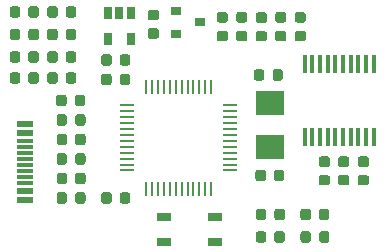
<source format=gbr>
G04 #@! TF.GenerationSoftware,KiCad,Pcbnew,(5.0.0)*
G04 #@! TF.CreationDate,2020-11-29T08:45:12-06:00*
G04 #@! TF.ProjectId,bmp,626D702E6B696361645F706362000000,rev?*
G04 #@! TF.SameCoordinates,Original*
G04 #@! TF.FileFunction,Paste,Top*
G04 #@! TF.FilePolarity,Positive*
%FSLAX46Y46*%
G04 Gerber Fmt 4.6, Leading zero omitted, Abs format (unit mm)*
G04 Created by KiCad (PCBNEW (5.0.0)) date 11/29/20 08:45:12*
%MOMM*%
%LPD*%
G01*
G04 APERTURE LIST*
%ADD10C,0.100000*%
%ADD11C,0.875000*%
%ADD12R,1.450000X0.300000*%
%ADD13R,1.450000X0.600000*%
%ADD14R,1.200000X0.650000*%
%ADD15R,0.250000X1.300000*%
%ADD16R,1.300000X0.250000*%
%ADD17R,0.900000X0.800000*%
%ADD18R,0.350000X1.500000*%
%ADD19R,0.650000X1.060000*%
%ADD20R,2.400000X2.000000*%
G04 APERTURE END LIST*
D10*
G04 #@! TO.C,C1*
G36*
X40219691Y-30895053D02*
X40240926Y-30898203D01*
X40261750Y-30903419D01*
X40281962Y-30910651D01*
X40301368Y-30919830D01*
X40319781Y-30930866D01*
X40337024Y-30943654D01*
X40352930Y-30958070D01*
X40367346Y-30973976D01*
X40380134Y-30991219D01*
X40391170Y-31009632D01*
X40400349Y-31029038D01*
X40407581Y-31049250D01*
X40412797Y-31070074D01*
X40415947Y-31091309D01*
X40417000Y-31112750D01*
X40417000Y-31625250D01*
X40415947Y-31646691D01*
X40412797Y-31667926D01*
X40407581Y-31688750D01*
X40400349Y-31708962D01*
X40391170Y-31728368D01*
X40380134Y-31746781D01*
X40367346Y-31764024D01*
X40352930Y-31779930D01*
X40337024Y-31794346D01*
X40319781Y-31807134D01*
X40301368Y-31818170D01*
X40281962Y-31827349D01*
X40261750Y-31834581D01*
X40240926Y-31839797D01*
X40219691Y-31842947D01*
X40198250Y-31844000D01*
X39760750Y-31844000D01*
X39739309Y-31842947D01*
X39718074Y-31839797D01*
X39697250Y-31834581D01*
X39677038Y-31827349D01*
X39657632Y-31818170D01*
X39639219Y-31807134D01*
X39621976Y-31794346D01*
X39606070Y-31779930D01*
X39591654Y-31764024D01*
X39578866Y-31746781D01*
X39567830Y-31728368D01*
X39558651Y-31708962D01*
X39551419Y-31688750D01*
X39546203Y-31667926D01*
X39543053Y-31646691D01*
X39542000Y-31625250D01*
X39542000Y-31112750D01*
X39543053Y-31091309D01*
X39546203Y-31070074D01*
X39551419Y-31049250D01*
X39558651Y-31029038D01*
X39567830Y-31009632D01*
X39578866Y-30991219D01*
X39591654Y-30973976D01*
X39606070Y-30958070D01*
X39621976Y-30943654D01*
X39639219Y-30930866D01*
X39657632Y-30919830D01*
X39677038Y-30910651D01*
X39697250Y-30903419D01*
X39718074Y-30898203D01*
X39739309Y-30895053D01*
X39760750Y-30894000D01*
X40198250Y-30894000D01*
X40219691Y-30895053D01*
X40219691Y-30895053D01*
G37*
D11*
X39979500Y-31369000D03*
D10*
G36*
X41794691Y-30895053D02*
X41815926Y-30898203D01*
X41836750Y-30903419D01*
X41856962Y-30910651D01*
X41876368Y-30919830D01*
X41894781Y-30930866D01*
X41912024Y-30943654D01*
X41927930Y-30958070D01*
X41942346Y-30973976D01*
X41955134Y-30991219D01*
X41966170Y-31009632D01*
X41975349Y-31029038D01*
X41982581Y-31049250D01*
X41987797Y-31070074D01*
X41990947Y-31091309D01*
X41992000Y-31112750D01*
X41992000Y-31625250D01*
X41990947Y-31646691D01*
X41987797Y-31667926D01*
X41982581Y-31688750D01*
X41975349Y-31708962D01*
X41966170Y-31728368D01*
X41955134Y-31746781D01*
X41942346Y-31764024D01*
X41927930Y-31779930D01*
X41912024Y-31794346D01*
X41894781Y-31807134D01*
X41876368Y-31818170D01*
X41856962Y-31827349D01*
X41836750Y-31834581D01*
X41815926Y-31839797D01*
X41794691Y-31842947D01*
X41773250Y-31844000D01*
X41335750Y-31844000D01*
X41314309Y-31842947D01*
X41293074Y-31839797D01*
X41272250Y-31834581D01*
X41252038Y-31827349D01*
X41232632Y-31818170D01*
X41214219Y-31807134D01*
X41196976Y-31794346D01*
X41181070Y-31779930D01*
X41166654Y-31764024D01*
X41153866Y-31746781D01*
X41142830Y-31728368D01*
X41133651Y-31708962D01*
X41126419Y-31688750D01*
X41121203Y-31667926D01*
X41118053Y-31646691D01*
X41117000Y-31625250D01*
X41117000Y-31112750D01*
X41118053Y-31091309D01*
X41121203Y-31070074D01*
X41126419Y-31049250D01*
X41133651Y-31029038D01*
X41142830Y-31009632D01*
X41153866Y-30991219D01*
X41166654Y-30973976D01*
X41181070Y-30958070D01*
X41196976Y-30943654D01*
X41214219Y-30930866D01*
X41232632Y-30919830D01*
X41252038Y-30910651D01*
X41272250Y-30903419D01*
X41293074Y-30898203D01*
X41314309Y-30895053D01*
X41335750Y-30894000D01*
X41773250Y-30894000D01*
X41794691Y-30895053D01*
X41794691Y-30895053D01*
G37*
D11*
X41554500Y-31369000D03*
G04 #@! TD*
D10*
G04 #@! TO.C,C2*
G36*
X44219691Y-27122553D02*
X44240926Y-27125703D01*
X44261750Y-27130919D01*
X44281962Y-27138151D01*
X44301368Y-27147330D01*
X44319781Y-27158366D01*
X44337024Y-27171154D01*
X44352930Y-27185570D01*
X44367346Y-27201476D01*
X44380134Y-27218719D01*
X44391170Y-27237132D01*
X44400349Y-27256538D01*
X44407581Y-27276750D01*
X44412797Y-27297574D01*
X44415947Y-27318809D01*
X44417000Y-27340250D01*
X44417000Y-27777750D01*
X44415947Y-27799191D01*
X44412797Y-27820426D01*
X44407581Y-27841250D01*
X44400349Y-27861462D01*
X44391170Y-27880868D01*
X44380134Y-27899281D01*
X44367346Y-27916524D01*
X44352930Y-27932430D01*
X44337024Y-27946846D01*
X44319781Y-27959634D01*
X44301368Y-27970670D01*
X44281962Y-27979849D01*
X44261750Y-27987081D01*
X44240926Y-27992297D01*
X44219691Y-27995447D01*
X44198250Y-27996500D01*
X43685750Y-27996500D01*
X43664309Y-27995447D01*
X43643074Y-27992297D01*
X43622250Y-27987081D01*
X43602038Y-27979849D01*
X43582632Y-27970670D01*
X43564219Y-27959634D01*
X43546976Y-27946846D01*
X43531070Y-27932430D01*
X43516654Y-27916524D01*
X43503866Y-27899281D01*
X43492830Y-27880868D01*
X43483651Y-27861462D01*
X43476419Y-27841250D01*
X43471203Y-27820426D01*
X43468053Y-27799191D01*
X43467000Y-27777750D01*
X43467000Y-27340250D01*
X43468053Y-27318809D01*
X43471203Y-27297574D01*
X43476419Y-27276750D01*
X43483651Y-27256538D01*
X43492830Y-27237132D01*
X43503866Y-27218719D01*
X43516654Y-27201476D01*
X43531070Y-27185570D01*
X43546976Y-27171154D01*
X43564219Y-27158366D01*
X43582632Y-27147330D01*
X43602038Y-27138151D01*
X43622250Y-27130919D01*
X43643074Y-27125703D01*
X43664309Y-27122553D01*
X43685750Y-27121500D01*
X44198250Y-27121500D01*
X44219691Y-27122553D01*
X44219691Y-27122553D01*
G37*
D11*
X43942000Y-27559000D03*
D10*
G36*
X44219691Y-28697553D02*
X44240926Y-28700703D01*
X44261750Y-28705919D01*
X44281962Y-28713151D01*
X44301368Y-28722330D01*
X44319781Y-28733366D01*
X44337024Y-28746154D01*
X44352930Y-28760570D01*
X44367346Y-28776476D01*
X44380134Y-28793719D01*
X44391170Y-28812132D01*
X44400349Y-28831538D01*
X44407581Y-28851750D01*
X44412797Y-28872574D01*
X44415947Y-28893809D01*
X44417000Y-28915250D01*
X44417000Y-29352750D01*
X44415947Y-29374191D01*
X44412797Y-29395426D01*
X44407581Y-29416250D01*
X44400349Y-29436462D01*
X44391170Y-29455868D01*
X44380134Y-29474281D01*
X44367346Y-29491524D01*
X44352930Y-29507430D01*
X44337024Y-29521846D01*
X44319781Y-29534634D01*
X44301368Y-29545670D01*
X44281962Y-29554849D01*
X44261750Y-29562081D01*
X44240926Y-29567297D01*
X44219691Y-29570447D01*
X44198250Y-29571500D01*
X43685750Y-29571500D01*
X43664309Y-29570447D01*
X43643074Y-29567297D01*
X43622250Y-29562081D01*
X43602038Y-29554849D01*
X43582632Y-29545670D01*
X43564219Y-29534634D01*
X43546976Y-29521846D01*
X43531070Y-29507430D01*
X43516654Y-29491524D01*
X43503866Y-29474281D01*
X43492830Y-29455868D01*
X43483651Y-29436462D01*
X43476419Y-29416250D01*
X43471203Y-29395426D01*
X43468053Y-29374191D01*
X43467000Y-29352750D01*
X43467000Y-28915250D01*
X43468053Y-28893809D01*
X43471203Y-28872574D01*
X43476419Y-28851750D01*
X43483651Y-28831538D01*
X43492830Y-28812132D01*
X43503866Y-28793719D01*
X43516654Y-28776476D01*
X43531070Y-28760570D01*
X43546976Y-28746154D01*
X43564219Y-28733366D01*
X43582632Y-28722330D01*
X43602038Y-28713151D01*
X43622250Y-28705919D01*
X43643074Y-28700703D01*
X43664309Y-28697553D01*
X43685750Y-28696500D01*
X44198250Y-28696500D01*
X44219691Y-28697553D01*
X44219691Y-28697553D01*
G37*
D11*
X43942000Y-29134000D03*
G04 #@! TD*
D10*
G04 #@! TO.C,D1*
G36*
X32472691Y-26831053D02*
X32493926Y-26834203D01*
X32514750Y-26839419D01*
X32534962Y-26846651D01*
X32554368Y-26855830D01*
X32572781Y-26866866D01*
X32590024Y-26879654D01*
X32605930Y-26894070D01*
X32620346Y-26909976D01*
X32633134Y-26927219D01*
X32644170Y-26945632D01*
X32653349Y-26965038D01*
X32660581Y-26985250D01*
X32665797Y-27006074D01*
X32668947Y-27027309D01*
X32670000Y-27048750D01*
X32670000Y-27561250D01*
X32668947Y-27582691D01*
X32665797Y-27603926D01*
X32660581Y-27624750D01*
X32653349Y-27644962D01*
X32644170Y-27664368D01*
X32633134Y-27682781D01*
X32620346Y-27700024D01*
X32605930Y-27715930D01*
X32590024Y-27730346D01*
X32572781Y-27743134D01*
X32554368Y-27754170D01*
X32534962Y-27763349D01*
X32514750Y-27770581D01*
X32493926Y-27775797D01*
X32472691Y-27778947D01*
X32451250Y-27780000D01*
X32013750Y-27780000D01*
X31992309Y-27778947D01*
X31971074Y-27775797D01*
X31950250Y-27770581D01*
X31930038Y-27763349D01*
X31910632Y-27754170D01*
X31892219Y-27743134D01*
X31874976Y-27730346D01*
X31859070Y-27715930D01*
X31844654Y-27700024D01*
X31831866Y-27682781D01*
X31820830Y-27664368D01*
X31811651Y-27644962D01*
X31804419Y-27624750D01*
X31799203Y-27603926D01*
X31796053Y-27582691D01*
X31795000Y-27561250D01*
X31795000Y-27048750D01*
X31796053Y-27027309D01*
X31799203Y-27006074D01*
X31804419Y-26985250D01*
X31811651Y-26965038D01*
X31820830Y-26945632D01*
X31831866Y-26927219D01*
X31844654Y-26909976D01*
X31859070Y-26894070D01*
X31874976Y-26879654D01*
X31892219Y-26866866D01*
X31910632Y-26855830D01*
X31930038Y-26846651D01*
X31950250Y-26839419D01*
X31971074Y-26834203D01*
X31992309Y-26831053D01*
X32013750Y-26830000D01*
X32451250Y-26830000D01*
X32472691Y-26831053D01*
X32472691Y-26831053D01*
G37*
D11*
X32232500Y-27305000D03*
D10*
G36*
X34047691Y-26831053D02*
X34068926Y-26834203D01*
X34089750Y-26839419D01*
X34109962Y-26846651D01*
X34129368Y-26855830D01*
X34147781Y-26866866D01*
X34165024Y-26879654D01*
X34180930Y-26894070D01*
X34195346Y-26909976D01*
X34208134Y-26927219D01*
X34219170Y-26945632D01*
X34228349Y-26965038D01*
X34235581Y-26985250D01*
X34240797Y-27006074D01*
X34243947Y-27027309D01*
X34245000Y-27048750D01*
X34245000Y-27561250D01*
X34243947Y-27582691D01*
X34240797Y-27603926D01*
X34235581Y-27624750D01*
X34228349Y-27644962D01*
X34219170Y-27664368D01*
X34208134Y-27682781D01*
X34195346Y-27700024D01*
X34180930Y-27715930D01*
X34165024Y-27730346D01*
X34147781Y-27743134D01*
X34129368Y-27754170D01*
X34109962Y-27763349D01*
X34089750Y-27770581D01*
X34068926Y-27775797D01*
X34047691Y-27778947D01*
X34026250Y-27780000D01*
X33588750Y-27780000D01*
X33567309Y-27778947D01*
X33546074Y-27775797D01*
X33525250Y-27770581D01*
X33505038Y-27763349D01*
X33485632Y-27754170D01*
X33467219Y-27743134D01*
X33449976Y-27730346D01*
X33434070Y-27715930D01*
X33419654Y-27700024D01*
X33406866Y-27682781D01*
X33395830Y-27664368D01*
X33386651Y-27644962D01*
X33379419Y-27624750D01*
X33374203Y-27603926D01*
X33371053Y-27582691D01*
X33370000Y-27561250D01*
X33370000Y-27048750D01*
X33371053Y-27027309D01*
X33374203Y-27006074D01*
X33379419Y-26985250D01*
X33386651Y-26965038D01*
X33395830Y-26945632D01*
X33406866Y-26927219D01*
X33419654Y-26909976D01*
X33434070Y-26894070D01*
X33449976Y-26879654D01*
X33467219Y-26866866D01*
X33485632Y-26855830D01*
X33505038Y-26846651D01*
X33525250Y-26839419D01*
X33546074Y-26834203D01*
X33567309Y-26831053D01*
X33588750Y-26830000D01*
X34026250Y-26830000D01*
X34047691Y-26831053D01*
X34047691Y-26831053D01*
G37*
D11*
X33807500Y-27305000D03*
G04 #@! TD*
D10*
G04 #@! TO.C,D2*
G36*
X34047691Y-32419053D02*
X34068926Y-32422203D01*
X34089750Y-32427419D01*
X34109962Y-32434651D01*
X34129368Y-32443830D01*
X34147781Y-32454866D01*
X34165024Y-32467654D01*
X34180930Y-32482070D01*
X34195346Y-32497976D01*
X34208134Y-32515219D01*
X34219170Y-32533632D01*
X34228349Y-32553038D01*
X34235581Y-32573250D01*
X34240797Y-32594074D01*
X34243947Y-32615309D01*
X34245000Y-32636750D01*
X34245000Y-33149250D01*
X34243947Y-33170691D01*
X34240797Y-33191926D01*
X34235581Y-33212750D01*
X34228349Y-33232962D01*
X34219170Y-33252368D01*
X34208134Y-33270781D01*
X34195346Y-33288024D01*
X34180930Y-33303930D01*
X34165024Y-33318346D01*
X34147781Y-33331134D01*
X34129368Y-33342170D01*
X34109962Y-33351349D01*
X34089750Y-33358581D01*
X34068926Y-33363797D01*
X34047691Y-33366947D01*
X34026250Y-33368000D01*
X33588750Y-33368000D01*
X33567309Y-33366947D01*
X33546074Y-33363797D01*
X33525250Y-33358581D01*
X33505038Y-33351349D01*
X33485632Y-33342170D01*
X33467219Y-33331134D01*
X33449976Y-33318346D01*
X33434070Y-33303930D01*
X33419654Y-33288024D01*
X33406866Y-33270781D01*
X33395830Y-33252368D01*
X33386651Y-33232962D01*
X33379419Y-33212750D01*
X33374203Y-33191926D01*
X33371053Y-33170691D01*
X33370000Y-33149250D01*
X33370000Y-32636750D01*
X33371053Y-32615309D01*
X33374203Y-32594074D01*
X33379419Y-32573250D01*
X33386651Y-32553038D01*
X33395830Y-32533632D01*
X33406866Y-32515219D01*
X33419654Y-32497976D01*
X33434070Y-32482070D01*
X33449976Y-32467654D01*
X33467219Y-32454866D01*
X33485632Y-32443830D01*
X33505038Y-32434651D01*
X33525250Y-32427419D01*
X33546074Y-32422203D01*
X33567309Y-32419053D01*
X33588750Y-32418000D01*
X34026250Y-32418000D01*
X34047691Y-32419053D01*
X34047691Y-32419053D01*
G37*
D11*
X33807500Y-32893000D03*
D10*
G36*
X32472691Y-32419053D02*
X32493926Y-32422203D01*
X32514750Y-32427419D01*
X32534962Y-32434651D01*
X32554368Y-32443830D01*
X32572781Y-32454866D01*
X32590024Y-32467654D01*
X32605930Y-32482070D01*
X32620346Y-32497976D01*
X32633134Y-32515219D01*
X32644170Y-32533632D01*
X32653349Y-32553038D01*
X32660581Y-32573250D01*
X32665797Y-32594074D01*
X32668947Y-32615309D01*
X32670000Y-32636750D01*
X32670000Y-33149250D01*
X32668947Y-33170691D01*
X32665797Y-33191926D01*
X32660581Y-33212750D01*
X32653349Y-33232962D01*
X32644170Y-33252368D01*
X32633134Y-33270781D01*
X32620346Y-33288024D01*
X32605930Y-33303930D01*
X32590024Y-33318346D01*
X32572781Y-33331134D01*
X32554368Y-33342170D01*
X32534962Y-33351349D01*
X32514750Y-33358581D01*
X32493926Y-33363797D01*
X32472691Y-33366947D01*
X32451250Y-33368000D01*
X32013750Y-33368000D01*
X31992309Y-33366947D01*
X31971074Y-33363797D01*
X31950250Y-33358581D01*
X31930038Y-33351349D01*
X31910632Y-33342170D01*
X31892219Y-33331134D01*
X31874976Y-33318346D01*
X31859070Y-33303930D01*
X31844654Y-33288024D01*
X31831866Y-33270781D01*
X31820830Y-33252368D01*
X31811651Y-33232962D01*
X31804419Y-33212750D01*
X31799203Y-33191926D01*
X31796053Y-33170691D01*
X31795000Y-33149250D01*
X31795000Y-32636750D01*
X31796053Y-32615309D01*
X31799203Y-32594074D01*
X31804419Y-32573250D01*
X31811651Y-32553038D01*
X31820830Y-32533632D01*
X31831866Y-32515219D01*
X31844654Y-32497976D01*
X31859070Y-32482070D01*
X31874976Y-32467654D01*
X31892219Y-32454866D01*
X31910632Y-32443830D01*
X31930038Y-32434651D01*
X31950250Y-32427419D01*
X31971074Y-32422203D01*
X31992309Y-32419053D01*
X32013750Y-32418000D01*
X32451250Y-32418000D01*
X32472691Y-32419053D01*
X32472691Y-32419053D01*
G37*
D11*
X32232500Y-32893000D03*
G04 #@! TD*
D10*
G04 #@! TO.C,D3*
G36*
X32472691Y-30641053D02*
X32493926Y-30644203D01*
X32514750Y-30649419D01*
X32534962Y-30656651D01*
X32554368Y-30665830D01*
X32572781Y-30676866D01*
X32590024Y-30689654D01*
X32605930Y-30704070D01*
X32620346Y-30719976D01*
X32633134Y-30737219D01*
X32644170Y-30755632D01*
X32653349Y-30775038D01*
X32660581Y-30795250D01*
X32665797Y-30816074D01*
X32668947Y-30837309D01*
X32670000Y-30858750D01*
X32670000Y-31371250D01*
X32668947Y-31392691D01*
X32665797Y-31413926D01*
X32660581Y-31434750D01*
X32653349Y-31454962D01*
X32644170Y-31474368D01*
X32633134Y-31492781D01*
X32620346Y-31510024D01*
X32605930Y-31525930D01*
X32590024Y-31540346D01*
X32572781Y-31553134D01*
X32554368Y-31564170D01*
X32534962Y-31573349D01*
X32514750Y-31580581D01*
X32493926Y-31585797D01*
X32472691Y-31588947D01*
X32451250Y-31590000D01*
X32013750Y-31590000D01*
X31992309Y-31588947D01*
X31971074Y-31585797D01*
X31950250Y-31580581D01*
X31930038Y-31573349D01*
X31910632Y-31564170D01*
X31892219Y-31553134D01*
X31874976Y-31540346D01*
X31859070Y-31525930D01*
X31844654Y-31510024D01*
X31831866Y-31492781D01*
X31820830Y-31474368D01*
X31811651Y-31454962D01*
X31804419Y-31434750D01*
X31799203Y-31413926D01*
X31796053Y-31392691D01*
X31795000Y-31371250D01*
X31795000Y-30858750D01*
X31796053Y-30837309D01*
X31799203Y-30816074D01*
X31804419Y-30795250D01*
X31811651Y-30775038D01*
X31820830Y-30755632D01*
X31831866Y-30737219D01*
X31844654Y-30719976D01*
X31859070Y-30704070D01*
X31874976Y-30689654D01*
X31892219Y-30676866D01*
X31910632Y-30665830D01*
X31930038Y-30656651D01*
X31950250Y-30649419D01*
X31971074Y-30644203D01*
X31992309Y-30641053D01*
X32013750Y-30640000D01*
X32451250Y-30640000D01*
X32472691Y-30641053D01*
X32472691Y-30641053D01*
G37*
D11*
X32232500Y-31115000D03*
D10*
G36*
X34047691Y-30641053D02*
X34068926Y-30644203D01*
X34089750Y-30649419D01*
X34109962Y-30656651D01*
X34129368Y-30665830D01*
X34147781Y-30676866D01*
X34165024Y-30689654D01*
X34180930Y-30704070D01*
X34195346Y-30719976D01*
X34208134Y-30737219D01*
X34219170Y-30755632D01*
X34228349Y-30775038D01*
X34235581Y-30795250D01*
X34240797Y-30816074D01*
X34243947Y-30837309D01*
X34245000Y-30858750D01*
X34245000Y-31371250D01*
X34243947Y-31392691D01*
X34240797Y-31413926D01*
X34235581Y-31434750D01*
X34228349Y-31454962D01*
X34219170Y-31474368D01*
X34208134Y-31492781D01*
X34195346Y-31510024D01*
X34180930Y-31525930D01*
X34165024Y-31540346D01*
X34147781Y-31553134D01*
X34129368Y-31564170D01*
X34109962Y-31573349D01*
X34089750Y-31580581D01*
X34068926Y-31585797D01*
X34047691Y-31588947D01*
X34026250Y-31590000D01*
X33588750Y-31590000D01*
X33567309Y-31588947D01*
X33546074Y-31585797D01*
X33525250Y-31580581D01*
X33505038Y-31573349D01*
X33485632Y-31564170D01*
X33467219Y-31553134D01*
X33449976Y-31540346D01*
X33434070Y-31525930D01*
X33419654Y-31510024D01*
X33406866Y-31492781D01*
X33395830Y-31474368D01*
X33386651Y-31454962D01*
X33379419Y-31434750D01*
X33374203Y-31413926D01*
X33371053Y-31392691D01*
X33370000Y-31371250D01*
X33370000Y-30858750D01*
X33371053Y-30837309D01*
X33374203Y-30816074D01*
X33379419Y-30795250D01*
X33386651Y-30775038D01*
X33395830Y-30755632D01*
X33406866Y-30737219D01*
X33419654Y-30719976D01*
X33434070Y-30704070D01*
X33449976Y-30689654D01*
X33467219Y-30676866D01*
X33485632Y-30665830D01*
X33505038Y-30656651D01*
X33525250Y-30649419D01*
X33546074Y-30644203D01*
X33567309Y-30641053D01*
X33588750Y-30640000D01*
X34026250Y-30640000D01*
X34047691Y-30641053D01*
X34047691Y-30641053D01*
G37*
D11*
X33807500Y-31115000D03*
G04 #@! TD*
D10*
G04 #@! TO.C,D4*
G36*
X34047691Y-28736053D02*
X34068926Y-28739203D01*
X34089750Y-28744419D01*
X34109962Y-28751651D01*
X34129368Y-28760830D01*
X34147781Y-28771866D01*
X34165024Y-28784654D01*
X34180930Y-28799070D01*
X34195346Y-28814976D01*
X34208134Y-28832219D01*
X34219170Y-28850632D01*
X34228349Y-28870038D01*
X34235581Y-28890250D01*
X34240797Y-28911074D01*
X34243947Y-28932309D01*
X34245000Y-28953750D01*
X34245000Y-29466250D01*
X34243947Y-29487691D01*
X34240797Y-29508926D01*
X34235581Y-29529750D01*
X34228349Y-29549962D01*
X34219170Y-29569368D01*
X34208134Y-29587781D01*
X34195346Y-29605024D01*
X34180930Y-29620930D01*
X34165024Y-29635346D01*
X34147781Y-29648134D01*
X34129368Y-29659170D01*
X34109962Y-29668349D01*
X34089750Y-29675581D01*
X34068926Y-29680797D01*
X34047691Y-29683947D01*
X34026250Y-29685000D01*
X33588750Y-29685000D01*
X33567309Y-29683947D01*
X33546074Y-29680797D01*
X33525250Y-29675581D01*
X33505038Y-29668349D01*
X33485632Y-29659170D01*
X33467219Y-29648134D01*
X33449976Y-29635346D01*
X33434070Y-29620930D01*
X33419654Y-29605024D01*
X33406866Y-29587781D01*
X33395830Y-29569368D01*
X33386651Y-29549962D01*
X33379419Y-29529750D01*
X33374203Y-29508926D01*
X33371053Y-29487691D01*
X33370000Y-29466250D01*
X33370000Y-28953750D01*
X33371053Y-28932309D01*
X33374203Y-28911074D01*
X33379419Y-28890250D01*
X33386651Y-28870038D01*
X33395830Y-28850632D01*
X33406866Y-28832219D01*
X33419654Y-28814976D01*
X33434070Y-28799070D01*
X33449976Y-28784654D01*
X33467219Y-28771866D01*
X33485632Y-28760830D01*
X33505038Y-28751651D01*
X33525250Y-28744419D01*
X33546074Y-28739203D01*
X33567309Y-28736053D01*
X33588750Y-28735000D01*
X34026250Y-28735000D01*
X34047691Y-28736053D01*
X34047691Y-28736053D01*
G37*
D11*
X33807500Y-29210000D03*
D10*
G36*
X32472691Y-28736053D02*
X32493926Y-28739203D01*
X32514750Y-28744419D01*
X32534962Y-28751651D01*
X32554368Y-28760830D01*
X32572781Y-28771866D01*
X32590024Y-28784654D01*
X32605930Y-28799070D01*
X32620346Y-28814976D01*
X32633134Y-28832219D01*
X32644170Y-28850632D01*
X32653349Y-28870038D01*
X32660581Y-28890250D01*
X32665797Y-28911074D01*
X32668947Y-28932309D01*
X32670000Y-28953750D01*
X32670000Y-29466250D01*
X32668947Y-29487691D01*
X32665797Y-29508926D01*
X32660581Y-29529750D01*
X32653349Y-29549962D01*
X32644170Y-29569368D01*
X32633134Y-29587781D01*
X32620346Y-29605024D01*
X32605930Y-29620930D01*
X32590024Y-29635346D01*
X32572781Y-29648134D01*
X32554368Y-29659170D01*
X32534962Y-29668349D01*
X32514750Y-29675581D01*
X32493926Y-29680797D01*
X32472691Y-29683947D01*
X32451250Y-29685000D01*
X32013750Y-29685000D01*
X31992309Y-29683947D01*
X31971074Y-29680797D01*
X31950250Y-29675581D01*
X31930038Y-29668349D01*
X31910632Y-29659170D01*
X31892219Y-29648134D01*
X31874976Y-29635346D01*
X31859070Y-29620930D01*
X31844654Y-29605024D01*
X31831866Y-29587781D01*
X31820830Y-29569368D01*
X31811651Y-29549962D01*
X31804419Y-29529750D01*
X31799203Y-29508926D01*
X31796053Y-29487691D01*
X31795000Y-29466250D01*
X31795000Y-28953750D01*
X31796053Y-28932309D01*
X31799203Y-28911074D01*
X31804419Y-28890250D01*
X31811651Y-28870038D01*
X31820830Y-28850632D01*
X31831866Y-28832219D01*
X31844654Y-28814976D01*
X31859070Y-28799070D01*
X31874976Y-28784654D01*
X31892219Y-28771866D01*
X31910632Y-28760830D01*
X31930038Y-28751651D01*
X31950250Y-28744419D01*
X31971074Y-28739203D01*
X31992309Y-28736053D01*
X32013750Y-28735000D01*
X32451250Y-28735000D01*
X32472691Y-28736053D01*
X32472691Y-28736053D01*
G37*
D11*
X32232500Y-29210000D03*
G04 #@! TD*
D12*
G04 #@! TO.C,J1*
X33095000Y-39755000D03*
X33095000Y-40255000D03*
X33095000Y-40755000D03*
X33095000Y-39255000D03*
X33095000Y-41255000D03*
X33095000Y-38755000D03*
X33095000Y-41755000D03*
X33095000Y-38255000D03*
D13*
X33095000Y-37555000D03*
X33095000Y-42455000D03*
X33095000Y-36780000D03*
X33095000Y-43230000D03*
G04 #@! TD*
D10*
G04 #@! TO.C,R1*
G36*
X36435191Y-35975053D02*
X36456426Y-35978203D01*
X36477250Y-35983419D01*
X36497462Y-35990651D01*
X36516868Y-35999830D01*
X36535281Y-36010866D01*
X36552524Y-36023654D01*
X36568430Y-36038070D01*
X36582846Y-36053976D01*
X36595634Y-36071219D01*
X36606670Y-36089632D01*
X36615849Y-36109038D01*
X36623081Y-36129250D01*
X36628297Y-36150074D01*
X36631447Y-36171309D01*
X36632500Y-36192750D01*
X36632500Y-36705250D01*
X36631447Y-36726691D01*
X36628297Y-36747926D01*
X36623081Y-36768750D01*
X36615849Y-36788962D01*
X36606670Y-36808368D01*
X36595634Y-36826781D01*
X36582846Y-36844024D01*
X36568430Y-36859930D01*
X36552524Y-36874346D01*
X36535281Y-36887134D01*
X36516868Y-36898170D01*
X36497462Y-36907349D01*
X36477250Y-36914581D01*
X36456426Y-36919797D01*
X36435191Y-36922947D01*
X36413750Y-36924000D01*
X35976250Y-36924000D01*
X35954809Y-36922947D01*
X35933574Y-36919797D01*
X35912750Y-36914581D01*
X35892538Y-36907349D01*
X35873132Y-36898170D01*
X35854719Y-36887134D01*
X35837476Y-36874346D01*
X35821570Y-36859930D01*
X35807154Y-36844024D01*
X35794366Y-36826781D01*
X35783330Y-36808368D01*
X35774151Y-36788962D01*
X35766919Y-36768750D01*
X35761703Y-36747926D01*
X35758553Y-36726691D01*
X35757500Y-36705250D01*
X35757500Y-36192750D01*
X35758553Y-36171309D01*
X35761703Y-36150074D01*
X35766919Y-36129250D01*
X35774151Y-36109038D01*
X35783330Y-36089632D01*
X35794366Y-36071219D01*
X35807154Y-36053976D01*
X35821570Y-36038070D01*
X35837476Y-36023654D01*
X35854719Y-36010866D01*
X35873132Y-35999830D01*
X35892538Y-35990651D01*
X35912750Y-35983419D01*
X35933574Y-35978203D01*
X35954809Y-35975053D01*
X35976250Y-35974000D01*
X36413750Y-35974000D01*
X36435191Y-35975053D01*
X36435191Y-35975053D01*
G37*
D11*
X36195000Y-36449000D03*
D10*
G36*
X38010191Y-35975053D02*
X38031426Y-35978203D01*
X38052250Y-35983419D01*
X38072462Y-35990651D01*
X38091868Y-35999830D01*
X38110281Y-36010866D01*
X38127524Y-36023654D01*
X38143430Y-36038070D01*
X38157846Y-36053976D01*
X38170634Y-36071219D01*
X38181670Y-36089632D01*
X38190849Y-36109038D01*
X38198081Y-36129250D01*
X38203297Y-36150074D01*
X38206447Y-36171309D01*
X38207500Y-36192750D01*
X38207500Y-36705250D01*
X38206447Y-36726691D01*
X38203297Y-36747926D01*
X38198081Y-36768750D01*
X38190849Y-36788962D01*
X38181670Y-36808368D01*
X38170634Y-36826781D01*
X38157846Y-36844024D01*
X38143430Y-36859930D01*
X38127524Y-36874346D01*
X38110281Y-36887134D01*
X38091868Y-36898170D01*
X38072462Y-36907349D01*
X38052250Y-36914581D01*
X38031426Y-36919797D01*
X38010191Y-36922947D01*
X37988750Y-36924000D01*
X37551250Y-36924000D01*
X37529809Y-36922947D01*
X37508574Y-36919797D01*
X37487750Y-36914581D01*
X37467538Y-36907349D01*
X37448132Y-36898170D01*
X37429719Y-36887134D01*
X37412476Y-36874346D01*
X37396570Y-36859930D01*
X37382154Y-36844024D01*
X37369366Y-36826781D01*
X37358330Y-36808368D01*
X37349151Y-36788962D01*
X37341919Y-36768750D01*
X37336703Y-36747926D01*
X37333553Y-36726691D01*
X37332500Y-36705250D01*
X37332500Y-36192750D01*
X37333553Y-36171309D01*
X37336703Y-36150074D01*
X37341919Y-36129250D01*
X37349151Y-36109038D01*
X37358330Y-36089632D01*
X37369366Y-36071219D01*
X37382154Y-36053976D01*
X37396570Y-36038070D01*
X37412476Y-36023654D01*
X37429719Y-36010866D01*
X37448132Y-35999830D01*
X37467538Y-35990651D01*
X37487750Y-35983419D01*
X37508574Y-35978203D01*
X37529809Y-35975053D01*
X37551250Y-35974000D01*
X37988750Y-35974000D01*
X38010191Y-35975053D01*
X38010191Y-35975053D01*
G37*
D11*
X37770000Y-36449000D03*
G04 #@! TD*
D10*
G04 #@! TO.C,R2*
G36*
X38010191Y-42579053D02*
X38031426Y-42582203D01*
X38052250Y-42587419D01*
X38072462Y-42594651D01*
X38091868Y-42603830D01*
X38110281Y-42614866D01*
X38127524Y-42627654D01*
X38143430Y-42642070D01*
X38157846Y-42657976D01*
X38170634Y-42675219D01*
X38181670Y-42693632D01*
X38190849Y-42713038D01*
X38198081Y-42733250D01*
X38203297Y-42754074D01*
X38206447Y-42775309D01*
X38207500Y-42796750D01*
X38207500Y-43309250D01*
X38206447Y-43330691D01*
X38203297Y-43351926D01*
X38198081Y-43372750D01*
X38190849Y-43392962D01*
X38181670Y-43412368D01*
X38170634Y-43430781D01*
X38157846Y-43448024D01*
X38143430Y-43463930D01*
X38127524Y-43478346D01*
X38110281Y-43491134D01*
X38091868Y-43502170D01*
X38072462Y-43511349D01*
X38052250Y-43518581D01*
X38031426Y-43523797D01*
X38010191Y-43526947D01*
X37988750Y-43528000D01*
X37551250Y-43528000D01*
X37529809Y-43526947D01*
X37508574Y-43523797D01*
X37487750Y-43518581D01*
X37467538Y-43511349D01*
X37448132Y-43502170D01*
X37429719Y-43491134D01*
X37412476Y-43478346D01*
X37396570Y-43463930D01*
X37382154Y-43448024D01*
X37369366Y-43430781D01*
X37358330Y-43412368D01*
X37349151Y-43392962D01*
X37341919Y-43372750D01*
X37336703Y-43351926D01*
X37333553Y-43330691D01*
X37332500Y-43309250D01*
X37332500Y-42796750D01*
X37333553Y-42775309D01*
X37336703Y-42754074D01*
X37341919Y-42733250D01*
X37349151Y-42713038D01*
X37358330Y-42693632D01*
X37369366Y-42675219D01*
X37382154Y-42657976D01*
X37396570Y-42642070D01*
X37412476Y-42627654D01*
X37429719Y-42614866D01*
X37448132Y-42603830D01*
X37467538Y-42594651D01*
X37487750Y-42587419D01*
X37508574Y-42582203D01*
X37529809Y-42579053D01*
X37551250Y-42578000D01*
X37988750Y-42578000D01*
X38010191Y-42579053D01*
X38010191Y-42579053D01*
G37*
D11*
X37770000Y-43053000D03*
D10*
G36*
X36435191Y-42579053D02*
X36456426Y-42582203D01*
X36477250Y-42587419D01*
X36497462Y-42594651D01*
X36516868Y-42603830D01*
X36535281Y-42614866D01*
X36552524Y-42627654D01*
X36568430Y-42642070D01*
X36582846Y-42657976D01*
X36595634Y-42675219D01*
X36606670Y-42693632D01*
X36615849Y-42713038D01*
X36623081Y-42733250D01*
X36628297Y-42754074D01*
X36631447Y-42775309D01*
X36632500Y-42796750D01*
X36632500Y-43309250D01*
X36631447Y-43330691D01*
X36628297Y-43351926D01*
X36623081Y-43372750D01*
X36615849Y-43392962D01*
X36606670Y-43412368D01*
X36595634Y-43430781D01*
X36582846Y-43448024D01*
X36568430Y-43463930D01*
X36552524Y-43478346D01*
X36535281Y-43491134D01*
X36516868Y-43502170D01*
X36497462Y-43511349D01*
X36477250Y-43518581D01*
X36456426Y-43523797D01*
X36435191Y-43526947D01*
X36413750Y-43528000D01*
X35976250Y-43528000D01*
X35954809Y-43526947D01*
X35933574Y-43523797D01*
X35912750Y-43518581D01*
X35892538Y-43511349D01*
X35873132Y-43502170D01*
X35854719Y-43491134D01*
X35837476Y-43478346D01*
X35821570Y-43463930D01*
X35807154Y-43448024D01*
X35794366Y-43430781D01*
X35783330Y-43412368D01*
X35774151Y-43392962D01*
X35766919Y-43372750D01*
X35761703Y-43351926D01*
X35758553Y-43330691D01*
X35757500Y-43309250D01*
X35757500Y-42796750D01*
X35758553Y-42775309D01*
X35761703Y-42754074D01*
X35766919Y-42733250D01*
X35774151Y-42713038D01*
X35783330Y-42693632D01*
X35794366Y-42675219D01*
X35807154Y-42657976D01*
X35821570Y-42642070D01*
X35837476Y-42627654D01*
X35854719Y-42614866D01*
X35873132Y-42603830D01*
X35892538Y-42594651D01*
X35912750Y-42587419D01*
X35933574Y-42582203D01*
X35954809Y-42579053D01*
X35976250Y-42578000D01*
X36413750Y-42578000D01*
X36435191Y-42579053D01*
X36435191Y-42579053D01*
G37*
D11*
X36195000Y-43053000D03*
G04 #@! TD*
D10*
G04 #@! TO.C,R3*
G36*
X36435191Y-39277053D02*
X36456426Y-39280203D01*
X36477250Y-39285419D01*
X36497462Y-39292651D01*
X36516868Y-39301830D01*
X36535281Y-39312866D01*
X36552524Y-39325654D01*
X36568430Y-39340070D01*
X36582846Y-39355976D01*
X36595634Y-39373219D01*
X36606670Y-39391632D01*
X36615849Y-39411038D01*
X36623081Y-39431250D01*
X36628297Y-39452074D01*
X36631447Y-39473309D01*
X36632500Y-39494750D01*
X36632500Y-40007250D01*
X36631447Y-40028691D01*
X36628297Y-40049926D01*
X36623081Y-40070750D01*
X36615849Y-40090962D01*
X36606670Y-40110368D01*
X36595634Y-40128781D01*
X36582846Y-40146024D01*
X36568430Y-40161930D01*
X36552524Y-40176346D01*
X36535281Y-40189134D01*
X36516868Y-40200170D01*
X36497462Y-40209349D01*
X36477250Y-40216581D01*
X36456426Y-40221797D01*
X36435191Y-40224947D01*
X36413750Y-40226000D01*
X35976250Y-40226000D01*
X35954809Y-40224947D01*
X35933574Y-40221797D01*
X35912750Y-40216581D01*
X35892538Y-40209349D01*
X35873132Y-40200170D01*
X35854719Y-40189134D01*
X35837476Y-40176346D01*
X35821570Y-40161930D01*
X35807154Y-40146024D01*
X35794366Y-40128781D01*
X35783330Y-40110368D01*
X35774151Y-40090962D01*
X35766919Y-40070750D01*
X35761703Y-40049926D01*
X35758553Y-40028691D01*
X35757500Y-40007250D01*
X35757500Y-39494750D01*
X35758553Y-39473309D01*
X35761703Y-39452074D01*
X35766919Y-39431250D01*
X35774151Y-39411038D01*
X35783330Y-39391632D01*
X35794366Y-39373219D01*
X35807154Y-39355976D01*
X35821570Y-39340070D01*
X35837476Y-39325654D01*
X35854719Y-39312866D01*
X35873132Y-39301830D01*
X35892538Y-39292651D01*
X35912750Y-39285419D01*
X35933574Y-39280203D01*
X35954809Y-39277053D01*
X35976250Y-39276000D01*
X36413750Y-39276000D01*
X36435191Y-39277053D01*
X36435191Y-39277053D01*
G37*
D11*
X36195000Y-39751000D03*
D10*
G36*
X38010191Y-39277053D02*
X38031426Y-39280203D01*
X38052250Y-39285419D01*
X38072462Y-39292651D01*
X38091868Y-39301830D01*
X38110281Y-39312866D01*
X38127524Y-39325654D01*
X38143430Y-39340070D01*
X38157846Y-39355976D01*
X38170634Y-39373219D01*
X38181670Y-39391632D01*
X38190849Y-39411038D01*
X38198081Y-39431250D01*
X38203297Y-39452074D01*
X38206447Y-39473309D01*
X38207500Y-39494750D01*
X38207500Y-40007250D01*
X38206447Y-40028691D01*
X38203297Y-40049926D01*
X38198081Y-40070750D01*
X38190849Y-40090962D01*
X38181670Y-40110368D01*
X38170634Y-40128781D01*
X38157846Y-40146024D01*
X38143430Y-40161930D01*
X38127524Y-40176346D01*
X38110281Y-40189134D01*
X38091868Y-40200170D01*
X38072462Y-40209349D01*
X38052250Y-40216581D01*
X38031426Y-40221797D01*
X38010191Y-40224947D01*
X37988750Y-40226000D01*
X37551250Y-40226000D01*
X37529809Y-40224947D01*
X37508574Y-40221797D01*
X37487750Y-40216581D01*
X37467538Y-40209349D01*
X37448132Y-40200170D01*
X37429719Y-40189134D01*
X37412476Y-40176346D01*
X37396570Y-40161930D01*
X37382154Y-40146024D01*
X37369366Y-40128781D01*
X37358330Y-40110368D01*
X37349151Y-40090962D01*
X37341919Y-40070750D01*
X37336703Y-40049926D01*
X37333553Y-40028691D01*
X37332500Y-40007250D01*
X37332500Y-39494750D01*
X37333553Y-39473309D01*
X37336703Y-39452074D01*
X37341919Y-39431250D01*
X37349151Y-39411038D01*
X37358330Y-39391632D01*
X37369366Y-39373219D01*
X37382154Y-39355976D01*
X37396570Y-39340070D01*
X37412476Y-39325654D01*
X37429719Y-39312866D01*
X37448132Y-39301830D01*
X37467538Y-39292651D01*
X37487750Y-39285419D01*
X37508574Y-39280203D01*
X37529809Y-39277053D01*
X37551250Y-39276000D01*
X37988750Y-39276000D01*
X38010191Y-39277053D01*
X38010191Y-39277053D01*
G37*
D11*
X37770000Y-39751000D03*
G04 #@! TD*
D10*
G04 #@! TO.C,R4*
G36*
X38010191Y-40928053D02*
X38031426Y-40931203D01*
X38052250Y-40936419D01*
X38072462Y-40943651D01*
X38091868Y-40952830D01*
X38110281Y-40963866D01*
X38127524Y-40976654D01*
X38143430Y-40991070D01*
X38157846Y-41006976D01*
X38170634Y-41024219D01*
X38181670Y-41042632D01*
X38190849Y-41062038D01*
X38198081Y-41082250D01*
X38203297Y-41103074D01*
X38206447Y-41124309D01*
X38207500Y-41145750D01*
X38207500Y-41658250D01*
X38206447Y-41679691D01*
X38203297Y-41700926D01*
X38198081Y-41721750D01*
X38190849Y-41741962D01*
X38181670Y-41761368D01*
X38170634Y-41779781D01*
X38157846Y-41797024D01*
X38143430Y-41812930D01*
X38127524Y-41827346D01*
X38110281Y-41840134D01*
X38091868Y-41851170D01*
X38072462Y-41860349D01*
X38052250Y-41867581D01*
X38031426Y-41872797D01*
X38010191Y-41875947D01*
X37988750Y-41877000D01*
X37551250Y-41877000D01*
X37529809Y-41875947D01*
X37508574Y-41872797D01*
X37487750Y-41867581D01*
X37467538Y-41860349D01*
X37448132Y-41851170D01*
X37429719Y-41840134D01*
X37412476Y-41827346D01*
X37396570Y-41812930D01*
X37382154Y-41797024D01*
X37369366Y-41779781D01*
X37358330Y-41761368D01*
X37349151Y-41741962D01*
X37341919Y-41721750D01*
X37336703Y-41700926D01*
X37333553Y-41679691D01*
X37332500Y-41658250D01*
X37332500Y-41145750D01*
X37333553Y-41124309D01*
X37336703Y-41103074D01*
X37341919Y-41082250D01*
X37349151Y-41062038D01*
X37358330Y-41042632D01*
X37369366Y-41024219D01*
X37382154Y-41006976D01*
X37396570Y-40991070D01*
X37412476Y-40976654D01*
X37429719Y-40963866D01*
X37448132Y-40952830D01*
X37467538Y-40943651D01*
X37487750Y-40936419D01*
X37508574Y-40931203D01*
X37529809Y-40928053D01*
X37551250Y-40927000D01*
X37988750Y-40927000D01*
X38010191Y-40928053D01*
X38010191Y-40928053D01*
G37*
D11*
X37770000Y-41402000D03*
D10*
G36*
X36435191Y-40928053D02*
X36456426Y-40931203D01*
X36477250Y-40936419D01*
X36497462Y-40943651D01*
X36516868Y-40952830D01*
X36535281Y-40963866D01*
X36552524Y-40976654D01*
X36568430Y-40991070D01*
X36582846Y-41006976D01*
X36595634Y-41024219D01*
X36606670Y-41042632D01*
X36615849Y-41062038D01*
X36623081Y-41082250D01*
X36628297Y-41103074D01*
X36631447Y-41124309D01*
X36632500Y-41145750D01*
X36632500Y-41658250D01*
X36631447Y-41679691D01*
X36628297Y-41700926D01*
X36623081Y-41721750D01*
X36615849Y-41741962D01*
X36606670Y-41761368D01*
X36595634Y-41779781D01*
X36582846Y-41797024D01*
X36568430Y-41812930D01*
X36552524Y-41827346D01*
X36535281Y-41840134D01*
X36516868Y-41851170D01*
X36497462Y-41860349D01*
X36477250Y-41867581D01*
X36456426Y-41872797D01*
X36435191Y-41875947D01*
X36413750Y-41877000D01*
X35976250Y-41877000D01*
X35954809Y-41875947D01*
X35933574Y-41872797D01*
X35912750Y-41867581D01*
X35892538Y-41860349D01*
X35873132Y-41851170D01*
X35854719Y-41840134D01*
X35837476Y-41827346D01*
X35821570Y-41812930D01*
X35807154Y-41797024D01*
X35794366Y-41779781D01*
X35783330Y-41761368D01*
X35774151Y-41741962D01*
X35766919Y-41721750D01*
X35761703Y-41700926D01*
X35758553Y-41679691D01*
X35757500Y-41658250D01*
X35757500Y-41145750D01*
X35758553Y-41124309D01*
X35761703Y-41103074D01*
X35766919Y-41082250D01*
X35774151Y-41062038D01*
X35783330Y-41042632D01*
X35794366Y-41024219D01*
X35807154Y-41006976D01*
X35821570Y-40991070D01*
X35837476Y-40976654D01*
X35854719Y-40963866D01*
X35873132Y-40952830D01*
X35892538Y-40943651D01*
X35912750Y-40936419D01*
X35933574Y-40931203D01*
X35954809Y-40928053D01*
X35976250Y-40927000D01*
X36413750Y-40927000D01*
X36435191Y-40928053D01*
X36435191Y-40928053D01*
G37*
D11*
X36195000Y-41402000D03*
G04 #@! TD*
D10*
G04 #@! TO.C,R5*
G36*
X36435191Y-37626053D02*
X36456426Y-37629203D01*
X36477250Y-37634419D01*
X36497462Y-37641651D01*
X36516868Y-37650830D01*
X36535281Y-37661866D01*
X36552524Y-37674654D01*
X36568430Y-37689070D01*
X36582846Y-37704976D01*
X36595634Y-37722219D01*
X36606670Y-37740632D01*
X36615849Y-37760038D01*
X36623081Y-37780250D01*
X36628297Y-37801074D01*
X36631447Y-37822309D01*
X36632500Y-37843750D01*
X36632500Y-38356250D01*
X36631447Y-38377691D01*
X36628297Y-38398926D01*
X36623081Y-38419750D01*
X36615849Y-38439962D01*
X36606670Y-38459368D01*
X36595634Y-38477781D01*
X36582846Y-38495024D01*
X36568430Y-38510930D01*
X36552524Y-38525346D01*
X36535281Y-38538134D01*
X36516868Y-38549170D01*
X36497462Y-38558349D01*
X36477250Y-38565581D01*
X36456426Y-38570797D01*
X36435191Y-38573947D01*
X36413750Y-38575000D01*
X35976250Y-38575000D01*
X35954809Y-38573947D01*
X35933574Y-38570797D01*
X35912750Y-38565581D01*
X35892538Y-38558349D01*
X35873132Y-38549170D01*
X35854719Y-38538134D01*
X35837476Y-38525346D01*
X35821570Y-38510930D01*
X35807154Y-38495024D01*
X35794366Y-38477781D01*
X35783330Y-38459368D01*
X35774151Y-38439962D01*
X35766919Y-38419750D01*
X35761703Y-38398926D01*
X35758553Y-38377691D01*
X35757500Y-38356250D01*
X35757500Y-37843750D01*
X35758553Y-37822309D01*
X35761703Y-37801074D01*
X35766919Y-37780250D01*
X35774151Y-37760038D01*
X35783330Y-37740632D01*
X35794366Y-37722219D01*
X35807154Y-37704976D01*
X35821570Y-37689070D01*
X35837476Y-37674654D01*
X35854719Y-37661866D01*
X35873132Y-37650830D01*
X35892538Y-37641651D01*
X35912750Y-37634419D01*
X35933574Y-37629203D01*
X35954809Y-37626053D01*
X35976250Y-37625000D01*
X36413750Y-37625000D01*
X36435191Y-37626053D01*
X36435191Y-37626053D01*
G37*
D11*
X36195000Y-38100000D03*
D10*
G36*
X38010191Y-37626053D02*
X38031426Y-37629203D01*
X38052250Y-37634419D01*
X38072462Y-37641651D01*
X38091868Y-37650830D01*
X38110281Y-37661866D01*
X38127524Y-37674654D01*
X38143430Y-37689070D01*
X38157846Y-37704976D01*
X38170634Y-37722219D01*
X38181670Y-37740632D01*
X38190849Y-37760038D01*
X38198081Y-37780250D01*
X38203297Y-37801074D01*
X38206447Y-37822309D01*
X38207500Y-37843750D01*
X38207500Y-38356250D01*
X38206447Y-38377691D01*
X38203297Y-38398926D01*
X38198081Y-38419750D01*
X38190849Y-38439962D01*
X38181670Y-38459368D01*
X38170634Y-38477781D01*
X38157846Y-38495024D01*
X38143430Y-38510930D01*
X38127524Y-38525346D01*
X38110281Y-38538134D01*
X38091868Y-38549170D01*
X38072462Y-38558349D01*
X38052250Y-38565581D01*
X38031426Y-38570797D01*
X38010191Y-38573947D01*
X37988750Y-38575000D01*
X37551250Y-38575000D01*
X37529809Y-38573947D01*
X37508574Y-38570797D01*
X37487750Y-38565581D01*
X37467538Y-38558349D01*
X37448132Y-38549170D01*
X37429719Y-38538134D01*
X37412476Y-38525346D01*
X37396570Y-38510930D01*
X37382154Y-38495024D01*
X37369366Y-38477781D01*
X37358330Y-38459368D01*
X37349151Y-38439962D01*
X37341919Y-38419750D01*
X37336703Y-38398926D01*
X37333553Y-38377691D01*
X37332500Y-38356250D01*
X37332500Y-37843750D01*
X37333553Y-37822309D01*
X37336703Y-37801074D01*
X37341919Y-37780250D01*
X37349151Y-37760038D01*
X37358330Y-37740632D01*
X37369366Y-37722219D01*
X37382154Y-37704976D01*
X37396570Y-37689070D01*
X37412476Y-37674654D01*
X37429719Y-37661866D01*
X37448132Y-37650830D01*
X37467538Y-37641651D01*
X37487750Y-37634419D01*
X37508574Y-37629203D01*
X37529809Y-37626053D01*
X37551250Y-37625000D01*
X37988750Y-37625000D01*
X38010191Y-37626053D01*
X38010191Y-37626053D01*
G37*
D11*
X37770000Y-38100000D03*
G04 #@! TD*
D10*
G04 #@! TO.C,R7*
G36*
X37222691Y-26831053D02*
X37243926Y-26834203D01*
X37264750Y-26839419D01*
X37284962Y-26846651D01*
X37304368Y-26855830D01*
X37322781Y-26866866D01*
X37340024Y-26879654D01*
X37355930Y-26894070D01*
X37370346Y-26909976D01*
X37383134Y-26927219D01*
X37394170Y-26945632D01*
X37403349Y-26965038D01*
X37410581Y-26985250D01*
X37415797Y-27006074D01*
X37418947Y-27027309D01*
X37420000Y-27048750D01*
X37420000Y-27561250D01*
X37418947Y-27582691D01*
X37415797Y-27603926D01*
X37410581Y-27624750D01*
X37403349Y-27644962D01*
X37394170Y-27664368D01*
X37383134Y-27682781D01*
X37370346Y-27700024D01*
X37355930Y-27715930D01*
X37340024Y-27730346D01*
X37322781Y-27743134D01*
X37304368Y-27754170D01*
X37284962Y-27763349D01*
X37264750Y-27770581D01*
X37243926Y-27775797D01*
X37222691Y-27778947D01*
X37201250Y-27780000D01*
X36763750Y-27780000D01*
X36742309Y-27778947D01*
X36721074Y-27775797D01*
X36700250Y-27770581D01*
X36680038Y-27763349D01*
X36660632Y-27754170D01*
X36642219Y-27743134D01*
X36624976Y-27730346D01*
X36609070Y-27715930D01*
X36594654Y-27700024D01*
X36581866Y-27682781D01*
X36570830Y-27664368D01*
X36561651Y-27644962D01*
X36554419Y-27624750D01*
X36549203Y-27603926D01*
X36546053Y-27582691D01*
X36545000Y-27561250D01*
X36545000Y-27048750D01*
X36546053Y-27027309D01*
X36549203Y-27006074D01*
X36554419Y-26985250D01*
X36561651Y-26965038D01*
X36570830Y-26945632D01*
X36581866Y-26927219D01*
X36594654Y-26909976D01*
X36609070Y-26894070D01*
X36624976Y-26879654D01*
X36642219Y-26866866D01*
X36660632Y-26855830D01*
X36680038Y-26846651D01*
X36700250Y-26839419D01*
X36721074Y-26834203D01*
X36742309Y-26831053D01*
X36763750Y-26830000D01*
X37201250Y-26830000D01*
X37222691Y-26831053D01*
X37222691Y-26831053D01*
G37*
D11*
X36982500Y-27305000D03*
D10*
G36*
X35647691Y-26831053D02*
X35668926Y-26834203D01*
X35689750Y-26839419D01*
X35709962Y-26846651D01*
X35729368Y-26855830D01*
X35747781Y-26866866D01*
X35765024Y-26879654D01*
X35780930Y-26894070D01*
X35795346Y-26909976D01*
X35808134Y-26927219D01*
X35819170Y-26945632D01*
X35828349Y-26965038D01*
X35835581Y-26985250D01*
X35840797Y-27006074D01*
X35843947Y-27027309D01*
X35845000Y-27048750D01*
X35845000Y-27561250D01*
X35843947Y-27582691D01*
X35840797Y-27603926D01*
X35835581Y-27624750D01*
X35828349Y-27644962D01*
X35819170Y-27664368D01*
X35808134Y-27682781D01*
X35795346Y-27700024D01*
X35780930Y-27715930D01*
X35765024Y-27730346D01*
X35747781Y-27743134D01*
X35729368Y-27754170D01*
X35709962Y-27763349D01*
X35689750Y-27770581D01*
X35668926Y-27775797D01*
X35647691Y-27778947D01*
X35626250Y-27780000D01*
X35188750Y-27780000D01*
X35167309Y-27778947D01*
X35146074Y-27775797D01*
X35125250Y-27770581D01*
X35105038Y-27763349D01*
X35085632Y-27754170D01*
X35067219Y-27743134D01*
X35049976Y-27730346D01*
X35034070Y-27715930D01*
X35019654Y-27700024D01*
X35006866Y-27682781D01*
X34995830Y-27664368D01*
X34986651Y-27644962D01*
X34979419Y-27624750D01*
X34974203Y-27603926D01*
X34971053Y-27582691D01*
X34970000Y-27561250D01*
X34970000Y-27048750D01*
X34971053Y-27027309D01*
X34974203Y-27006074D01*
X34979419Y-26985250D01*
X34986651Y-26965038D01*
X34995830Y-26945632D01*
X35006866Y-26927219D01*
X35019654Y-26909976D01*
X35034070Y-26894070D01*
X35049976Y-26879654D01*
X35067219Y-26866866D01*
X35085632Y-26855830D01*
X35105038Y-26846651D01*
X35125250Y-26839419D01*
X35146074Y-26834203D01*
X35167309Y-26831053D01*
X35188750Y-26830000D01*
X35626250Y-26830000D01*
X35647691Y-26831053D01*
X35647691Y-26831053D01*
G37*
D11*
X35407500Y-27305000D03*
G04 #@! TD*
D10*
G04 #@! TO.C,R8*
G36*
X35647691Y-32419053D02*
X35668926Y-32422203D01*
X35689750Y-32427419D01*
X35709962Y-32434651D01*
X35729368Y-32443830D01*
X35747781Y-32454866D01*
X35765024Y-32467654D01*
X35780930Y-32482070D01*
X35795346Y-32497976D01*
X35808134Y-32515219D01*
X35819170Y-32533632D01*
X35828349Y-32553038D01*
X35835581Y-32573250D01*
X35840797Y-32594074D01*
X35843947Y-32615309D01*
X35845000Y-32636750D01*
X35845000Y-33149250D01*
X35843947Y-33170691D01*
X35840797Y-33191926D01*
X35835581Y-33212750D01*
X35828349Y-33232962D01*
X35819170Y-33252368D01*
X35808134Y-33270781D01*
X35795346Y-33288024D01*
X35780930Y-33303930D01*
X35765024Y-33318346D01*
X35747781Y-33331134D01*
X35729368Y-33342170D01*
X35709962Y-33351349D01*
X35689750Y-33358581D01*
X35668926Y-33363797D01*
X35647691Y-33366947D01*
X35626250Y-33368000D01*
X35188750Y-33368000D01*
X35167309Y-33366947D01*
X35146074Y-33363797D01*
X35125250Y-33358581D01*
X35105038Y-33351349D01*
X35085632Y-33342170D01*
X35067219Y-33331134D01*
X35049976Y-33318346D01*
X35034070Y-33303930D01*
X35019654Y-33288024D01*
X35006866Y-33270781D01*
X34995830Y-33252368D01*
X34986651Y-33232962D01*
X34979419Y-33212750D01*
X34974203Y-33191926D01*
X34971053Y-33170691D01*
X34970000Y-33149250D01*
X34970000Y-32636750D01*
X34971053Y-32615309D01*
X34974203Y-32594074D01*
X34979419Y-32573250D01*
X34986651Y-32553038D01*
X34995830Y-32533632D01*
X35006866Y-32515219D01*
X35019654Y-32497976D01*
X35034070Y-32482070D01*
X35049976Y-32467654D01*
X35067219Y-32454866D01*
X35085632Y-32443830D01*
X35105038Y-32434651D01*
X35125250Y-32427419D01*
X35146074Y-32422203D01*
X35167309Y-32419053D01*
X35188750Y-32418000D01*
X35626250Y-32418000D01*
X35647691Y-32419053D01*
X35647691Y-32419053D01*
G37*
D11*
X35407500Y-32893000D03*
D10*
G36*
X37222691Y-32419053D02*
X37243926Y-32422203D01*
X37264750Y-32427419D01*
X37284962Y-32434651D01*
X37304368Y-32443830D01*
X37322781Y-32454866D01*
X37340024Y-32467654D01*
X37355930Y-32482070D01*
X37370346Y-32497976D01*
X37383134Y-32515219D01*
X37394170Y-32533632D01*
X37403349Y-32553038D01*
X37410581Y-32573250D01*
X37415797Y-32594074D01*
X37418947Y-32615309D01*
X37420000Y-32636750D01*
X37420000Y-33149250D01*
X37418947Y-33170691D01*
X37415797Y-33191926D01*
X37410581Y-33212750D01*
X37403349Y-33232962D01*
X37394170Y-33252368D01*
X37383134Y-33270781D01*
X37370346Y-33288024D01*
X37355930Y-33303930D01*
X37340024Y-33318346D01*
X37322781Y-33331134D01*
X37304368Y-33342170D01*
X37284962Y-33351349D01*
X37264750Y-33358581D01*
X37243926Y-33363797D01*
X37222691Y-33366947D01*
X37201250Y-33368000D01*
X36763750Y-33368000D01*
X36742309Y-33366947D01*
X36721074Y-33363797D01*
X36700250Y-33358581D01*
X36680038Y-33351349D01*
X36660632Y-33342170D01*
X36642219Y-33331134D01*
X36624976Y-33318346D01*
X36609070Y-33303930D01*
X36594654Y-33288024D01*
X36581866Y-33270781D01*
X36570830Y-33252368D01*
X36561651Y-33232962D01*
X36554419Y-33212750D01*
X36549203Y-33191926D01*
X36546053Y-33170691D01*
X36545000Y-33149250D01*
X36545000Y-32636750D01*
X36546053Y-32615309D01*
X36549203Y-32594074D01*
X36554419Y-32573250D01*
X36561651Y-32553038D01*
X36570830Y-32533632D01*
X36581866Y-32515219D01*
X36594654Y-32497976D01*
X36609070Y-32482070D01*
X36624976Y-32467654D01*
X36642219Y-32454866D01*
X36660632Y-32443830D01*
X36680038Y-32434651D01*
X36700250Y-32427419D01*
X36721074Y-32422203D01*
X36742309Y-32419053D01*
X36763750Y-32418000D01*
X37201250Y-32418000D01*
X37222691Y-32419053D01*
X37222691Y-32419053D01*
G37*
D11*
X36982500Y-32893000D03*
G04 #@! TD*
D10*
G04 #@! TO.C,R9*
G36*
X37222691Y-30641053D02*
X37243926Y-30644203D01*
X37264750Y-30649419D01*
X37284962Y-30656651D01*
X37304368Y-30665830D01*
X37322781Y-30676866D01*
X37340024Y-30689654D01*
X37355930Y-30704070D01*
X37370346Y-30719976D01*
X37383134Y-30737219D01*
X37394170Y-30755632D01*
X37403349Y-30775038D01*
X37410581Y-30795250D01*
X37415797Y-30816074D01*
X37418947Y-30837309D01*
X37420000Y-30858750D01*
X37420000Y-31371250D01*
X37418947Y-31392691D01*
X37415797Y-31413926D01*
X37410581Y-31434750D01*
X37403349Y-31454962D01*
X37394170Y-31474368D01*
X37383134Y-31492781D01*
X37370346Y-31510024D01*
X37355930Y-31525930D01*
X37340024Y-31540346D01*
X37322781Y-31553134D01*
X37304368Y-31564170D01*
X37284962Y-31573349D01*
X37264750Y-31580581D01*
X37243926Y-31585797D01*
X37222691Y-31588947D01*
X37201250Y-31590000D01*
X36763750Y-31590000D01*
X36742309Y-31588947D01*
X36721074Y-31585797D01*
X36700250Y-31580581D01*
X36680038Y-31573349D01*
X36660632Y-31564170D01*
X36642219Y-31553134D01*
X36624976Y-31540346D01*
X36609070Y-31525930D01*
X36594654Y-31510024D01*
X36581866Y-31492781D01*
X36570830Y-31474368D01*
X36561651Y-31454962D01*
X36554419Y-31434750D01*
X36549203Y-31413926D01*
X36546053Y-31392691D01*
X36545000Y-31371250D01*
X36545000Y-30858750D01*
X36546053Y-30837309D01*
X36549203Y-30816074D01*
X36554419Y-30795250D01*
X36561651Y-30775038D01*
X36570830Y-30755632D01*
X36581866Y-30737219D01*
X36594654Y-30719976D01*
X36609070Y-30704070D01*
X36624976Y-30689654D01*
X36642219Y-30676866D01*
X36660632Y-30665830D01*
X36680038Y-30656651D01*
X36700250Y-30649419D01*
X36721074Y-30644203D01*
X36742309Y-30641053D01*
X36763750Y-30640000D01*
X37201250Y-30640000D01*
X37222691Y-30641053D01*
X37222691Y-30641053D01*
G37*
D11*
X36982500Y-31115000D03*
D10*
G36*
X35647691Y-30641053D02*
X35668926Y-30644203D01*
X35689750Y-30649419D01*
X35709962Y-30656651D01*
X35729368Y-30665830D01*
X35747781Y-30676866D01*
X35765024Y-30689654D01*
X35780930Y-30704070D01*
X35795346Y-30719976D01*
X35808134Y-30737219D01*
X35819170Y-30755632D01*
X35828349Y-30775038D01*
X35835581Y-30795250D01*
X35840797Y-30816074D01*
X35843947Y-30837309D01*
X35845000Y-30858750D01*
X35845000Y-31371250D01*
X35843947Y-31392691D01*
X35840797Y-31413926D01*
X35835581Y-31434750D01*
X35828349Y-31454962D01*
X35819170Y-31474368D01*
X35808134Y-31492781D01*
X35795346Y-31510024D01*
X35780930Y-31525930D01*
X35765024Y-31540346D01*
X35747781Y-31553134D01*
X35729368Y-31564170D01*
X35709962Y-31573349D01*
X35689750Y-31580581D01*
X35668926Y-31585797D01*
X35647691Y-31588947D01*
X35626250Y-31590000D01*
X35188750Y-31590000D01*
X35167309Y-31588947D01*
X35146074Y-31585797D01*
X35125250Y-31580581D01*
X35105038Y-31573349D01*
X35085632Y-31564170D01*
X35067219Y-31553134D01*
X35049976Y-31540346D01*
X35034070Y-31525930D01*
X35019654Y-31510024D01*
X35006866Y-31492781D01*
X34995830Y-31474368D01*
X34986651Y-31454962D01*
X34979419Y-31434750D01*
X34974203Y-31413926D01*
X34971053Y-31392691D01*
X34970000Y-31371250D01*
X34970000Y-30858750D01*
X34971053Y-30837309D01*
X34974203Y-30816074D01*
X34979419Y-30795250D01*
X34986651Y-30775038D01*
X34995830Y-30755632D01*
X35006866Y-30737219D01*
X35019654Y-30719976D01*
X35034070Y-30704070D01*
X35049976Y-30689654D01*
X35067219Y-30676866D01*
X35085632Y-30665830D01*
X35105038Y-30656651D01*
X35125250Y-30649419D01*
X35146074Y-30644203D01*
X35167309Y-30641053D01*
X35188750Y-30640000D01*
X35626250Y-30640000D01*
X35647691Y-30641053D01*
X35647691Y-30641053D01*
G37*
D11*
X35407500Y-31115000D03*
G04 #@! TD*
D10*
G04 #@! TO.C,R10*
G36*
X35647691Y-28736053D02*
X35668926Y-28739203D01*
X35689750Y-28744419D01*
X35709962Y-28751651D01*
X35729368Y-28760830D01*
X35747781Y-28771866D01*
X35765024Y-28784654D01*
X35780930Y-28799070D01*
X35795346Y-28814976D01*
X35808134Y-28832219D01*
X35819170Y-28850632D01*
X35828349Y-28870038D01*
X35835581Y-28890250D01*
X35840797Y-28911074D01*
X35843947Y-28932309D01*
X35845000Y-28953750D01*
X35845000Y-29466250D01*
X35843947Y-29487691D01*
X35840797Y-29508926D01*
X35835581Y-29529750D01*
X35828349Y-29549962D01*
X35819170Y-29569368D01*
X35808134Y-29587781D01*
X35795346Y-29605024D01*
X35780930Y-29620930D01*
X35765024Y-29635346D01*
X35747781Y-29648134D01*
X35729368Y-29659170D01*
X35709962Y-29668349D01*
X35689750Y-29675581D01*
X35668926Y-29680797D01*
X35647691Y-29683947D01*
X35626250Y-29685000D01*
X35188750Y-29685000D01*
X35167309Y-29683947D01*
X35146074Y-29680797D01*
X35125250Y-29675581D01*
X35105038Y-29668349D01*
X35085632Y-29659170D01*
X35067219Y-29648134D01*
X35049976Y-29635346D01*
X35034070Y-29620930D01*
X35019654Y-29605024D01*
X35006866Y-29587781D01*
X34995830Y-29569368D01*
X34986651Y-29549962D01*
X34979419Y-29529750D01*
X34974203Y-29508926D01*
X34971053Y-29487691D01*
X34970000Y-29466250D01*
X34970000Y-28953750D01*
X34971053Y-28932309D01*
X34974203Y-28911074D01*
X34979419Y-28890250D01*
X34986651Y-28870038D01*
X34995830Y-28850632D01*
X35006866Y-28832219D01*
X35019654Y-28814976D01*
X35034070Y-28799070D01*
X35049976Y-28784654D01*
X35067219Y-28771866D01*
X35085632Y-28760830D01*
X35105038Y-28751651D01*
X35125250Y-28744419D01*
X35146074Y-28739203D01*
X35167309Y-28736053D01*
X35188750Y-28735000D01*
X35626250Y-28735000D01*
X35647691Y-28736053D01*
X35647691Y-28736053D01*
G37*
D11*
X35407500Y-29210000D03*
D10*
G36*
X37222691Y-28736053D02*
X37243926Y-28739203D01*
X37264750Y-28744419D01*
X37284962Y-28751651D01*
X37304368Y-28760830D01*
X37322781Y-28771866D01*
X37340024Y-28784654D01*
X37355930Y-28799070D01*
X37370346Y-28814976D01*
X37383134Y-28832219D01*
X37394170Y-28850632D01*
X37403349Y-28870038D01*
X37410581Y-28890250D01*
X37415797Y-28911074D01*
X37418947Y-28932309D01*
X37420000Y-28953750D01*
X37420000Y-29466250D01*
X37418947Y-29487691D01*
X37415797Y-29508926D01*
X37410581Y-29529750D01*
X37403349Y-29549962D01*
X37394170Y-29569368D01*
X37383134Y-29587781D01*
X37370346Y-29605024D01*
X37355930Y-29620930D01*
X37340024Y-29635346D01*
X37322781Y-29648134D01*
X37304368Y-29659170D01*
X37284962Y-29668349D01*
X37264750Y-29675581D01*
X37243926Y-29680797D01*
X37222691Y-29683947D01*
X37201250Y-29685000D01*
X36763750Y-29685000D01*
X36742309Y-29683947D01*
X36721074Y-29680797D01*
X36700250Y-29675581D01*
X36680038Y-29668349D01*
X36660632Y-29659170D01*
X36642219Y-29648134D01*
X36624976Y-29635346D01*
X36609070Y-29620930D01*
X36594654Y-29605024D01*
X36581866Y-29587781D01*
X36570830Y-29569368D01*
X36561651Y-29549962D01*
X36554419Y-29529750D01*
X36549203Y-29508926D01*
X36546053Y-29487691D01*
X36545000Y-29466250D01*
X36545000Y-28953750D01*
X36546053Y-28932309D01*
X36549203Y-28911074D01*
X36554419Y-28890250D01*
X36561651Y-28870038D01*
X36570830Y-28850632D01*
X36581866Y-28832219D01*
X36594654Y-28814976D01*
X36609070Y-28799070D01*
X36624976Y-28784654D01*
X36642219Y-28771866D01*
X36660632Y-28760830D01*
X36680038Y-28751651D01*
X36700250Y-28744419D01*
X36721074Y-28739203D01*
X36742309Y-28736053D01*
X36763750Y-28735000D01*
X37201250Y-28735000D01*
X37222691Y-28736053D01*
X37222691Y-28736053D01*
G37*
D11*
X36982500Y-29210000D03*
G04 #@! TD*
D10*
G04 #@! TO.C,R11*
G36*
X41794691Y-32546053D02*
X41815926Y-32549203D01*
X41836750Y-32554419D01*
X41856962Y-32561651D01*
X41876368Y-32570830D01*
X41894781Y-32581866D01*
X41912024Y-32594654D01*
X41927930Y-32609070D01*
X41942346Y-32624976D01*
X41955134Y-32642219D01*
X41966170Y-32660632D01*
X41975349Y-32680038D01*
X41982581Y-32700250D01*
X41987797Y-32721074D01*
X41990947Y-32742309D01*
X41992000Y-32763750D01*
X41992000Y-33276250D01*
X41990947Y-33297691D01*
X41987797Y-33318926D01*
X41982581Y-33339750D01*
X41975349Y-33359962D01*
X41966170Y-33379368D01*
X41955134Y-33397781D01*
X41942346Y-33415024D01*
X41927930Y-33430930D01*
X41912024Y-33445346D01*
X41894781Y-33458134D01*
X41876368Y-33469170D01*
X41856962Y-33478349D01*
X41836750Y-33485581D01*
X41815926Y-33490797D01*
X41794691Y-33493947D01*
X41773250Y-33495000D01*
X41335750Y-33495000D01*
X41314309Y-33493947D01*
X41293074Y-33490797D01*
X41272250Y-33485581D01*
X41252038Y-33478349D01*
X41232632Y-33469170D01*
X41214219Y-33458134D01*
X41196976Y-33445346D01*
X41181070Y-33430930D01*
X41166654Y-33415024D01*
X41153866Y-33397781D01*
X41142830Y-33379368D01*
X41133651Y-33359962D01*
X41126419Y-33339750D01*
X41121203Y-33318926D01*
X41118053Y-33297691D01*
X41117000Y-33276250D01*
X41117000Y-32763750D01*
X41118053Y-32742309D01*
X41121203Y-32721074D01*
X41126419Y-32700250D01*
X41133651Y-32680038D01*
X41142830Y-32660632D01*
X41153866Y-32642219D01*
X41166654Y-32624976D01*
X41181070Y-32609070D01*
X41196976Y-32594654D01*
X41214219Y-32581866D01*
X41232632Y-32570830D01*
X41252038Y-32561651D01*
X41272250Y-32554419D01*
X41293074Y-32549203D01*
X41314309Y-32546053D01*
X41335750Y-32545000D01*
X41773250Y-32545000D01*
X41794691Y-32546053D01*
X41794691Y-32546053D01*
G37*
D11*
X41554500Y-33020000D03*
D10*
G36*
X40219691Y-32546053D02*
X40240926Y-32549203D01*
X40261750Y-32554419D01*
X40281962Y-32561651D01*
X40301368Y-32570830D01*
X40319781Y-32581866D01*
X40337024Y-32594654D01*
X40352930Y-32609070D01*
X40367346Y-32624976D01*
X40380134Y-32642219D01*
X40391170Y-32660632D01*
X40400349Y-32680038D01*
X40407581Y-32700250D01*
X40412797Y-32721074D01*
X40415947Y-32742309D01*
X40417000Y-32763750D01*
X40417000Y-33276250D01*
X40415947Y-33297691D01*
X40412797Y-33318926D01*
X40407581Y-33339750D01*
X40400349Y-33359962D01*
X40391170Y-33379368D01*
X40380134Y-33397781D01*
X40367346Y-33415024D01*
X40352930Y-33430930D01*
X40337024Y-33445346D01*
X40319781Y-33458134D01*
X40301368Y-33469170D01*
X40281962Y-33478349D01*
X40261750Y-33485581D01*
X40240926Y-33490797D01*
X40219691Y-33493947D01*
X40198250Y-33495000D01*
X39760750Y-33495000D01*
X39739309Y-33493947D01*
X39718074Y-33490797D01*
X39697250Y-33485581D01*
X39677038Y-33478349D01*
X39657632Y-33469170D01*
X39639219Y-33458134D01*
X39621976Y-33445346D01*
X39606070Y-33430930D01*
X39591654Y-33415024D01*
X39578866Y-33397781D01*
X39567830Y-33379368D01*
X39558651Y-33359962D01*
X39551419Y-33339750D01*
X39546203Y-33318926D01*
X39543053Y-33297691D01*
X39542000Y-33276250D01*
X39542000Y-32763750D01*
X39543053Y-32742309D01*
X39546203Y-32721074D01*
X39551419Y-32700250D01*
X39558651Y-32680038D01*
X39567830Y-32660632D01*
X39578866Y-32642219D01*
X39591654Y-32624976D01*
X39606070Y-32609070D01*
X39621976Y-32594654D01*
X39639219Y-32581866D01*
X39657632Y-32570830D01*
X39677038Y-32561651D01*
X39697250Y-32554419D01*
X39718074Y-32549203D01*
X39739309Y-32546053D01*
X39760750Y-32545000D01*
X40198250Y-32545000D01*
X40219691Y-32546053D01*
X40219691Y-32546053D01*
G37*
D11*
X39979500Y-33020000D03*
G04 #@! TD*
D10*
G04 #@! TO.C,R12*
G36*
X36409691Y-34324053D02*
X36430926Y-34327203D01*
X36451750Y-34332419D01*
X36471962Y-34339651D01*
X36491368Y-34348830D01*
X36509781Y-34359866D01*
X36527024Y-34372654D01*
X36542930Y-34387070D01*
X36557346Y-34402976D01*
X36570134Y-34420219D01*
X36581170Y-34438632D01*
X36590349Y-34458038D01*
X36597581Y-34478250D01*
X36602797Y-34499074D01*
X36605947Y-34520309D01*
X36607000Y-34541750D01*
X36607000Y-35054250D01*
X36605947Y-35075691D01*
X36602797Y-35096926D01*
X36597581Y-35117750D01*
X36590349Y-35137962D01*
X36581170Y-35157368D01*
X36570134Y-35175781D01*
X36557346Y-35193024D01*
X36542930Y-35208930D01*
X36527024Y-35223346D01*
X36509781Y-35236134D01*
X36491368Y-35247170D01*
X36471962Y-35256349D01*
X36451750Y-35263581D01*
X36430926Y-35268797D01*
X36409691Y-35271947D01*
X36388250Y-35273000D01*
X35950750Y-35273000D01*
X35929309Y-35271947D01*
X35908074Y-35268797D01*
X35887250Y-35263581D01*
X35867038Y-35256349D01*
X35847632Y-35247170D01*
X35829219Y-35236134D01*
X35811976Y-35223346D01*
X35796070Y-35208930D01*
X35781654Y-35193024D01*
X35768866Y-35175781D01*
X35757830Y-35157368D01*
X35748651Y-35137962D01*
X35741419Y-35117750D01*
X35736203Y-35096926D01*
X35733053Y-35075691D01*
X35732000Y-35054250D01*
X35732000Y-34541750D01*
X35733053Y-34520309D01*
X35736203Y-34499074D01*
X35741419Y-34478250D01*
X35748651Y-34458038D01*
X35757830Y-34438632D01*
X35768866Y-34420219D01*
X35781654Y-34402976D01*
X35796070Y-34387070D01*
X35811976Y-34372654D01*
X35829219Y-34359866D01*
X35847632Y-34348830D01*
X35867038Y-34339651D01*
X35887250Y-34332419D01*
X35908074Y-34327203D01*
X35929309Y-34324053D01*
X35950750Y-34323000D01*
X36388250Y-34323000D01*
X36409691Y-34324053D01*
X36409691Y-34324053D01*
G37*
D11*
X36169500Y-34798000D03*
D10*
G36*
X37984691Y-34324053D02*
X38005926Y-34327203D01*
X38026750Y-34332419D01*
X38046962Y-34339651D01*
X38066368Y-34348830D01*
X38084781Y-34359866D01*
X38102024Y-34372654D01*
X38117930Y-34387070D01*
X38132346Y-34402976D01*
X38145134Y-34420219D01*
X38156170Y-34438632D01*
X38165349Y-34458038D01*
X38172581Y-34478250D01*
X38177797Y-34499074D01*
X38180947Y-34520309D01*
X38182000Y-34541750D01*
X38182000Y-35054250D01*
X38180947Y-35075691D01*
X38177797Y-35096926D01*
X38172581Y-35117750D01*
X38165349Y-35137962D01*
X38156170Y-35157368D01*
X38145134Y-35175781D01*
X38132346Y-35193024D01*
X38117930Y-35208930D01*
X38102024Y-35223346D01*
X38084781Y-35236134D01*
X38066368Y-35247170D01*
X38046962Y-35256349D01*
X38026750Y-35263581D01*
X38005926Y-35268797D01*
X37984691Y-35271947D01*
X37963250Y-35273000D01*
X37525750Y-35273000D01*
X37504309Y-35271947D01*
X37483074Y-35268797D01*
X37462250Y-35263581D01*
X37442038Y-35256349D01*
X37422632Y-35247170D01*
X37404219Y-35236134D01*
X37386976Y-35223346D01*
X37371070Y-35208930D01*
X37356654Y-35193024D01*
X37343866Y-35175781D01*
X37332830Y-35157368D01*
X37323651Y-35137962D01*
X37316419Y-35117750D01*
X37311203Y-35096926D01*
X37308053Y-35075691D01*
X37307000Y-35054250D01*
X37307000Y-34541750D01*
X37308053Y-34520309D01*
X37311203Y-34499074D01*
X37316419Y-34478250D01*
X37323651Y-34458038D01*
X37332830Y-34438632D01*
X37343866Y-34420219D01*
X37356654Y-34402976D01*
X37371070Y-34387070D01*
X37386976Y-34372654D01*
X37404219Y-34359866D01*
X37422632Y-34348830D01*
X37442038Y-34339651D01*
X37462250Y-34332419D01*
X37483074Y-34327203D01*
X37504309Y-34324053D01*
X37525750Y-34323000D01*
X37963250Y-34323000D01*
X37984691Y-34324053D01*
X37984691Y-34324053D01*
G37*
D11*
X37744500Y-34798000D03*
G04 #@! TD*
D14*
G04 #@! TO.C,SW2*
X44840000Y-44645000D03*
X49140000Y-44645000D03*
X44840000Y-46795000D03*
X49140000Y-46795000D03*
G04 #@! TD*
D15*
G04 #@! TO.C,U2*
X48851000Y-42323000D03*
X48351000Y-42323000D03*
X47851000Y-42323000D03*
X47351000Y-42323000D03*
X46851000Y-42323000D03*
X46351000Y-42323000D03*
X45851000Y-42323000D03*
X45351000Y-42323000D03*
X44851000Y-42323000D03*
X44351000Y-42323000D03*
X43851000Y-42323000D03*
X43351000Y-42323000D03*
D16*
X41751000Y-40723000D03*
X41751000Y-40223000D03*
X41751000Y-39723000D03*
X41751000Y-39223000D03*
X41751000Y-38723000D03*
X41751000Y-38223000D03*
X41751000Y-37723000D03*
X41751000Y-37223000D03*
X41751000Y-36723000D03*
X41751000Y-36223000D03*
X41751000Y-35723000D03*
X41751000Y-35223000D03*
D15*
X43351000Y-33623000D03*
X43851000Y-33623000D03*
X44351000Y-33623000D03*
X44851000Y-33623000D03*
X45351000Y-33623000D03*
X45851000Y-33623000D03*
X46351000Y-33623000D03*
X46851000Y-33623000D03*
X47351000Y-33623000D03*
X47851000Y-33623000D03*
X48351000Y-33623000D03*
X48851000Y-33623000D03*
D16*
X50451000Y-35223000D03*
X50451000Y-35723000D03*
X50451000Y-36223000D03*
X50451000Y-36723000D03*
X50451000Y-37223000D03*
X50451000Y-37723000D03*
X50451000Y-38223000D03*
X50451000Y-38723000D03*
X50451000Y-39223000D03*
X50451000Y-39723000D03*
X50451000Y-40223000D03*
X50451000Y-40723000D03*
G04 #@! TD*
D10*
G04 #@! TO.C,R13*
G36*
X50061691Y-28900553D02*
X50082926Y-28903703D01*
X50103750Y-28908919D01*
X50123962Y-28916151D01*
X50143368Y-28925330D01*
X50161781Y-28936366D01*
X50179024Y-28949154D01*
X50194930Y-28963570D01*
X50209346Y-28979476D01*
X50222134Y-28996719D01*
X50233170Y-29015132D01*
X50242349Y-29034538D01*
X50249581Y-29054750D01*
X50254797Y-29075574D01*
X50257947Y-29096809D01*
X50259000Y-29118250D01*
X50259000Y-29555750D01*
X50257947Y-29577191D01*
X50254797Y-29598426D01*
X50249581Y-29619250D01*
X50242349Y-29639462D01*
X50233170Y-29658868D01*
X50222134Y-29677281D01*
X50209346Y-29694524D01*
X50194930Y-29710430D01*
X50179024Y-29724846D01*
X50161781Y-29737634D01*
X50143368Y-29748670D01*
X50123962Y-29757849D01*
X50103750Y-29765081D01*
X50082926Y-29770297D01*
X50061691Y-29773447D01*
X50040250Y-29774500D01*
X49527750Y-29774500D01*
X49506309Y-29773447D01*
X49485074Y-29770297D01*
X49464250Y-29765081D01*
X49444038Y-29757849D01*
X49424632Y-29748670D01*
X49406219Y-29737634D01*
X49388976Y-29724846D01*
X49373070Y-29710430D01*
X49358654Y-29694524D01*
X49345866Y-29677281D01*
X49334830Y-29658868D01*
X49325651Y-29639462D01*
X49318419Y-29619250D01*
X49313203Y-29598426D01*
X49310053Y-29577191D01*
X49309000Y-29555750D01*
X49309000Y-29118250D01*
X49310053Y-29096809D01*
X49313203Y-29075574D01*
X49318419Y-29054750D01*
X49325651Y-29034538D01*
X49334830Y-29015132D01*
X49345866Y-28996719D01*
X49358654Y-28979476D01*
X49373070Y-28963570D01*
X49388976Y-28949154D01*
X49406219Y-28936366D01*
X49424632Y-28925330D01*
X49444038Y-28916151D01*
X49464250Y-28908919D01*
X49485074Y-28903703D01*
X49506309Y-28900553D01*
X49527750Y-28899500D01*
X50040250Y-28899500D01*
X50061691Y-28900553D01*
X50061691Y-28900553D01*
G37*
D11*
X49784000Y-29337000D03*
D10*
G36*
X50061691Y-27325553D02*
X50082926Y-27328703D01*
X50103750Y-27333919D01*
X50123962Y-27341151D01*
X50143368Y-27350330D01*
X50161781Y-27361366D01*
X50179024Y-27374154D01*
X50194930Y-27388570D01*
X50209346Y-27404476D01*
X50222134Y-27421719D01*
X50233170Y-27440132D01*
X50242349Y-27459538D01*
X50249581Y-27479750D01*
X50254797Y-27500574D01*
X50257947Y-27521809D01*
X50259000Y-27543250D01*
X50259000Y-27980750D01*
X50257947Y-28002191D01*
X50254797Y-28023426D01*
X50249581Y-28044250D01*
X50242349Y-28064462D01*
X50233170Y-28083868D01*
X50222134Y-28102281D01*
X50209346Y-28119524D01*
X50194930Y-28135430D01*
X50179024Y-28149846D01*
X50161781Y-28162634D01*
X50143368Y-28173670D01*
X50123962Y-28182849D01*
X50103750Y-28190081D01*
X50082926Y-28195297D01*
X50061691Y-28198447D01*
X50040250Y-28199500D01*
X49527750Y-28199500D01*
X49506309Y-28198447D01*
X49485074Y-28195297D01*
X49464250Y-28190081D01*
X49444038Y-28182849D01*
X49424632Y-28173670D01*
X49406219Y-28162634D01*
X49388976Y-28149846D01*
X49373070Y-28135430D01*
X49358654Y-28119524D01*
X49345866Y-28102281D01*
X49334830Y-28083868D01*
X49325651Y-28064462D01*
X49318419Y-28044250D01*
X49313203Y-28023426D01*
X49310053Y-28002191D01*
X49309000Y-27980750D01*
X49309000Y-27543250D01*
X49310053Y-27521809D01*
X49313203Y-27500574D01*
X49318419Y-27479750D01*
X49325651Y-27459538D01*
X49334830Y-27440132D01*
X49345866Y-27421719D01*
X49358654Y-27404476D01*
X49373070Y-27388570D01*
X49388976Y-27374154D01*
X49406219Y-27361366D01*
X49424632Y-27350330D01*
X49444038Y-27341151D01*
X49464250Y-27333919D01*
X49485074Y-27328703D01*
X49506309Y-27325553D01*
X49527750Y-27324500D01*
X50040250Y-27324500D01*
X50061691Y-27325553D01*
X50061691Y-27325553D01*
G37*
D11*
X49784000Y-27762000D03*
G04 #@! TD*
D10*
G04 #@! TO.C,R14*
G36*
X51712691Y-28900553D02*
X51733926Y-28903703D01*
X51754750Y-28908919D01*
X51774962Y-28916151D01*
X51794368Y-28925330D01*
X51812781Y-28936366D01*
X51830024Y-28949154D01*
X51845930Y-28963570D01*
X51860346Y-28979476D01*
X51873134Y-28996719D01*
X51884170Y-29015132D01*
X51893349Y-29034538D01*
X51900581Y-29054750D01*
X51905797Y-29075574D01*
X51908947Y-29096809D01*
X51910000Y-29118250D01*
X51910000Y-29555750D01*
X51908947Y-29577191D01*
X51905797Y-29598426D01*
X51900581Y-29619250D01*
X51893349Y-29639462D01*
X51884170Y-29658868D01*
X51873134Y-29677281D01*
X51860346Y-29694524D01*
X51845930Y-29710430D01*
X51830024Y-29724846D01*
X51812781Y-29737634D01*
X51794368Y-29748670D01*
X51774962Y-29757849D01*
X51754750Y-29765081D01*
X51733926Y-29770297D01*
X51712691Y-29773447D01*
X51691250Y-29774500D01*
X51178750Y-29774500D01*
X51157309Y-29773447D01*
X51136074Y-29770297D01*
X51115250Y-29765081D01*
X51095038Y-29757849D01*
X51075632Y-29748670D01*
X51057219Y-29737634D01*
X51039976Y-29724846D01*
X51024070Y-29710430D01*
X51009654Y-29694524D01*
X50996866Y-29677281D01*
X50985830Y-29658868D01*
X50976651Y-29639462D01*
X50969419Y-29619250D01*
X50964203Y-29598426D01*
X50961053Y-29577191D01*
X50960000Y-29555750D01*
X50960000Y-29118250D01*
X50961053Y-29096809D01*
X50964203Y-29075574D01*
X50969419Y-29054750D01*
X50976651Y-29034538D01*
X50985830Y-29015132D01*
X50996866Y-28996719D01*
X51009654Y-28979476D01*
X51024070Y-28963570D01*
X51039976Y-28949154D01*
X51057219Y-28936366D01*
X51075632Y-28925330D01*
X51095038Y-28916151D01*
X51115250Y-28908919D01*
X51136074Y-28903703D01*
X51157309Y-28900553D01*
X51178750Y-28899500D01*
X51691250Y-28899500D01*
X51712691Y-28900553D01*
X51712691Y-28900553D01*
G37*
D11*
X51435000Y-29337000D03*
D10*
G36*
X51712691Y-27325553D02*
X51733926Y-27328703D01*
X51754750Y-27333919D01*
X51774962Y-27341151D01*
X51794368Y-27350330D01*
X51812781Y-27361366D01*
X51830024Y-27374154D01*
X51845930Y-27388570D01*
X51860346Y-27404476D01*
X51873134Y-27421719D01*
X51884170Y-27440132D01*
X51893349Y-27459538D01*
X51900581Y-27479750D01*
X51905797Y-27500574D01*
X51908947Y-27521809D01*
X51910000Y-27543250D01*
X51910000Y-27980750D01*
X51908947Y-28002191D01*
X51905797Y-28023426D01*
X51900581Y-28044250D01*
X51893349Y-28064462D01*
X51884170Y-28083868D01*
X51873134Y-28102281D01*
X51860346Y-28119524D01*
X51845930Y-28135430D01*
X51830024Y-28149846D01*
X51812781Y-28162634D01*
X51794368Y-28173670D01*
X51774962Y-28182849D01*
X51754750Y-28190081D01*
X51733926Y-28195297D01*
X51712691Y-28198447D01*
X51691250Y-28199500D01*
X51178750Y-28199500D01*
X51157309Y-28198447D01*
X51136074Y-28195297D01*
X51115250Y-28190081D01*
X51095038Y-28182849D01*
X51075632Y-28173670D01*
X51057219Y-28162634D01*
X51039976Y-28149846D01*
X51024070Y-28135430D01*
X51009654Y-28119524D01*
X50996866Y-28102281D01*
X50985830Y-28083868D01*
X50976651Y-28064462D01*
X50969419Y-28044250D01*
X50964203Y-28023426D01*
X50961053Y-28002191D01*
X50960000Y-27980750D01*
X50960000Y-27543250D01*
X50961053Y-27521809D01*
X50964203Y-27500574D01*
X50969419Y-27479750D01*
X50976651Y-27459538D01*
X50985830Y-27440132D01*
X50996866Y-27421719D01*
X51009654Y-27404476D01*
X51024070Y-27388570D01*
X51039976Y-27374154D01*
X51057219Y-27361366D01*
X51075632Y-27350330D01*
X51095038Y-27341151D01*
X51115250Y-27333919D01*
X51136074Y-27328703D01*
X51157309Y-27325553D01*
X51178750Y-27324500D01*
X51691250Y-27324500D01*
X51712691Y-27325553D01*
X51712691Y-27325553D01*
G37*
D11*
X51435000Y-27762000D03*
G04 #@! TD*
D10*
G04 #@! TO.C,C5*
G36*
X53363691Y-28926053D02*
X53384926Y-28929203D01*
X53405750Y-28934419D01*
X53425962Y-28941651D01*
X53445368Y-28950830D01*
X53463781Y-28961866D01*
X53481024Y-28974654D01*
X53496930Y-28989070D01*
X53511346Y-29004976D01*
X53524134Y-29022219D01*
X53535170Y-29040632D01*
X53544349Y-29060038D01*
X53551581Y-29080250D01*
X53556797Y-29101074D01*
X53559947Y-29122309D01*
X53561000Y-29143750D01*
X53561000Y-29581250D01*
X53559947Y-29602691D01*
X53556797Y-29623926D01*
X53551581Y-29644750D01*
X53544349Y-29664962D01*
X53535170Y-29684368D01*
X53524134Y-29702781D01*
X53511346Y-29720024D01*
X53496930Y-29735930D01*
X53481024Y-29750346D01*
X53463781Y-29763134D01*
X53445368Y-29774170D01*
X53425962Y-29783349D01*
X53405750Y-29790581D01*
X53384926Y-29795797D01*
X53363691Y-29798947D01*
X53342250Y-29800000D01*
X52829750Y-29800000D01*
X52808309Y-29798947D01*
X52787074Y-29795797D01*
X52766250Y-29790581D01*
X52746038Y-29783349D01*
X52726632Y-29774170D01*
X52708219Y-29763134D01*
X52690976Y-29750346D01*
X52675070Y-29735930D01*
X52660654Y-29720024D01*
X52647866Y-29702781D01*
X52636830Y-29684368D01*
X52627651Y-29664962D01*
X52620419Y-29644750D01*
X52615203Y-29623926D01*
X52612053Y-29602691D01*
X52611000Y-29581250D01*
X52611000Y-29143750D01*
X52612053Y-29122309D01*
X52615203Y-29101074D01*
X52620419Y-29080250D01*
X52627651Y-29060038D01*
X52636830Y-29040632D01*
X52647866Y-29022219D01*
X52660654Y-29004976D01*
X52675070Y-28989070D01*
X52690976Y-28974654D01*
X52708219Y-28961866D01*
X52726632Y-28950830D01*
X52746038Y-28941651D01*
X52766250Y-28934419D01*
X52787074Y-28929203D01*
X52808309Y-28926053D01*
X52829750Y-28925000D01*
X53342250Y-28925000D01*
X53363691Y-28926053D01*
X53363691Y-28926053D01*
G37*
D11*
X53086000Y-29362500D03*
D10*
G36*
X53363691Y-27351053D02*
X53384926Y-27354203D01*
X53405750Y-27359419D01*
X53425962Y-27366651D01*
X53445368Y-27375830D01*
X53463781Y-27386866D01*
X53481024Y-27399654D01*
X53496930Y-27414070D01*
X53511346Y-27429976D01*
X53524134Y-27447219D01*
X53535170Y-27465632D01*
X53544349Y-27485038D01*
X53551581Y-27505250D01*
X53556797Y-27526074D01*
X53559947Y-27547309D01*
X53561000Y-27568750D01*
X53561000Y-28006250D01*
X53559947Y-28027691D01*
X53556797Y-28048926D01*
X53551581Y-28069750D01*
X53544349Y-28089962D01*
X53535170Y-28109368D01*
X53524134Y-28127781D01*
X53511346Y-28145024D01*
X53496930Y-28160930D01*
X53481024Y-28175346D01*
X53463781Y-28188134D01*
X53445368Y-28199170D01*
X53425962Y-28208349D01*
X53405750Y-28215581D01*
X53384926Y-28220797D01*
X53363691Y-28223947D01*
X53342250Y-28225000D01*
X52829750Y-28225000D01*
X52808309Y-28223947D01*
X52787074Y-28220797D01*
X52766250Y-28215581D01*
X52746038Y-28208349D01*
X52726632Y-28199170D01*
X52708219Y-28188134D01*
X52690976Y-28175346D01*
X52675070Y-28160930D01*
X52660654Y-28145024D01*
X52647866Y-28127781D01*
X52636830Y-28109368D01*
X52627651Y-28089962D01*
X52620419Y-28069750D01*
X52615203Y-28048926D01*
X52612053Y-28027691D01*
X52611000Y-28006250D01*
X52611000Y-27568750D01*
X52612053Y-27547309D01*
X52615203Y-27526074D01*
X52620419Y-27505250D01*
X52627651Y-27485038D01*
X52636830Y-27465632D01*
X52647866Y-27447219D01*
X52660654Y-27429976D01*
X52675070Y-27414070D01*
X52690976Y-27399654D01*
X52708219Y-27386866D01*
X52726632Y-27375830D01*
X52746038Y-27366651D01*
X52766250Y-27359419D01*
X52787074Y-27354203D01*
X52808309Y-27351053D01*
X52829750Y-27350000D01*
X53342250Y-27350000D01*
X53363691Y-27351053D01*
X53363691Y-27351053D01*
G37*
D11*
X53086000Y-27787500D03*
G04 #@! TD*
D10*
G04 #@! TO.C,R15*
G36*
X53300691Y-45881053D02*
X53321926Y-45884203D01*
X53342750Y-45889419D01*
X53362962Y-45896651D01*
X53382368Y-45905830D01*
X53400781Y-45916866D01*
X53418024Y-45929654D01*
X53433930Y-45944070D01*
X53448346Y-45959976D01*
X53461134Y-45977219D01*
X53472170Y-45995632D01*
X53481349Y-46015038D01*
X53488581Y-46035250D01*
X53493797Y-46056074D01*
X53496947Y-46077309D01*
X53498000Y-46098750D01*
X53498000Y-46611250D01*
X53496947Y-46632691D01*
X53493797Y-46653926D01*
X53488581Y-46674750D01*
X53481349Y-46694962D01*
X53472170Y-46714368D01*
X53461134Y-46732781D01*
X53448346Y-46750024D01*
X53433930Y-46765930D01*
X53418024Y-46780346D01*
X53400781Y-46793134D01*
X53382368Y-46804170D01*
X53362962Y-46813349D01*
X53342750Y-46820581D01*
X53321926Y-46825797D01*
X53300691Y-46828947D01*
X53279250Y-46830000D01*
X52841750Y-46830000D01*
X52820309Y-46828947D01*
X52799074Y-46825797D01*
X52778250Y-46820581D01*
X52758038Y-46813349D01*
X52738632Y-46804170D01*
X52720219Y-46793134D01*
X52702976Y-46780346D01*
X52687070Y-46765930D01*
X52672654Y-46750024D01*
X52659866Y-46732781D01*
X52648830Y-46714368D01*
X52639651Y-46694962D01*
X52632419Y-46674750D01*
X52627203Y-46653926D01*
X52624053Y-46632691D01*
X52623000Y-46611250D01*
X52623000Y-46098750D01*
X52624053Y-46077309D01*
X52627203Y-46056074D01*
X52632419Y-46035250D01*
X52639651Y-46015038D01*
X52648830Y-45995632D01*
X52659866Y-45977219D01*
X52672654Y-45959976D01*
X52687070Y-45944070D01*
X52702976Y-45929654D01*
X52720219Y-45916866D01*
X52738632Y-45905830D01*
X52758038Y-45896651D01*
X52778250Y-45889419D01*
X52799074Y-45884203D01*
X52820309Y-45881053D01*
X52841750Y-45880000D01*
X53279250Y-45880000D01*
X53300691Y-45881053D01*
X53300691Y-45881053D01*
G37*
D11*
X53060500Y-46355000D03*
D10*
G36*
X54875691Y-45881053D02*
X54896926Y-45884203D01*
X54917750Y-45889419D01*
X54937962Y-45896651D01*
X54957368Y-45905830D01*
X54975781Y-45916866D01*
X54993024Y-45929654D01*
X55008930Y-45944070D01*
X55023346Y-45959976D01*
X55036134Y-45977219D01*
X55047170Y-45995632D01*
X55056349Y-46015038D01*
X55063581Y-46035250D01*
X55068797Y-46056074D01*
X55071947Y-46077309D01*
X55073000Y-46098750D01*
X55073000Y-46611250D01*
X55071947Y-46632691D01*
X55068797Y-46653926D01*
X55063581Y-46674750D01*
X55056349Y-46694962D01*
X55047170Y-46714368D01*
X55036134Y-46732781D01*
X55023346Y-46750024D01*
X55008930Y-46765930D01*
X54993024Y-46780346D01*
X54975781Y-46793134D01*
X54957368Y-46804170D01*
X54937962Y-46813349D01*
X54917750Y-46820581D01*
X54896926Y-46825797D01*
X54875691Y-46828947D01*
X54854250Y-46830000D01*
X54416750Y-46830000D01*
X54395309Y-46828947D01*
X54374074Y-46825797D01*
X54353250Y-46820581D01*
X54333038Y-46813349D01*
X54313632Y-46804170D01*
X54295219Y-46793134D01*
X54277976Y-46780346D01*
X54262070Y-46765930D01*
X54247654Y-46750024D01*
X54234866Y-46732781D01*
X54223830Y-46714368D01*
X54214651Y-46694962D01*
X54207419Y-46674750D01*
X54202203Y-46653926D01*
X54199053Y-46632691D01*
X54198000Y-46611250D01*
X54198000Y-46098750D01*
X54199053Y-46077309D01*
X54202203Y-46056074D01*
X54207419Y-46035250D01*
X54214651Y-46015038D01*
X54223830Y-45995632D01*
X54234866Y-45977219D01*
X54247654Y-45959976D01*
X54262070Y-45944070D01*
X54277976Y-45929654D01*
X54295219Y-45916866D01*
X54313632Y-45905830D01*
X54333038Y-45896651D01*
X54353250Y-45889419D01*
X54374074Y-45884203D01*
X54395309Y-45881053D01*
X54416750Y-45880000D01*
X54854250Y-45880000D01*
X54875691Y-45881053D01*
X54875691Y-45881053D01*
G37*
D11*
X54635500Y-46355000D03*
G04 #@! TD*
D17*
G04 #@! TO.C,Q1*
X45863000Y-27244000D03*
X45863000Y-29144000D03*
X47863000Y-28194000D03*
G04 #@! TD*
D10*
G04 #@! TO.C,C6*
G36*
X41794691Y-42579053D02*
X41815926Y-42582203D01*
X41836750Y-42587419D01*
X41856962Y-42594651D01*
X41876368Y-42603830D01*
X41894781Y-42614866D01*
X41912024Y-42627654D01*
X41927930Y-42642070D01*
X41942346Y-42657976D01*
X41955134Y-42675219D01*
X41966170Y-42693632D01*
X41975349Y-42713038D01*
X41982581Y-42733250D01*
X41987797Y-42754074D01*
X41990947Y-42775309D01*
X41992000Y-42796750D01*
X41992000Y-43309250D01*
X41990947Y-43330691D01*
X41987797Y-43351926D01*
X41982581Y-43372750D01*
X41975349Y-43392962D01*
X41966170Y-43412368D01*
X41955134Y-43430781D01*
X41942346Y-43448024D01*
X41927930Y-43463930D01*
X41912024Y-43478346D01*
X41894781Y-43491134D01*
X41876368Y-43502170D01*
X41856962Y-43511349D01*
X41836750Y-43518581D01*
X41815926Y-43523797D01*
X41794691Y-43526947D01*
X41773250Y-43528000D01*
X41335750Y-43528000D01*
X41314309Y-43526947D01*
X41293074Y-43523797D01*
X41272250Y-43518581D01*
X41252038Y-43511349D01*
X41232632Y-43502170D01*
X41214219Y-43491134D01*
X41196976Y-43478346D01*
X41181070Y-43463930D01*
X41166654Y-43448024D01*
X41153866Y-43430781D01*
X41142830Y-43412368D01*
X41133651Y-43392962D01*
X41126419Y-43372750D01*
X41121203Y-43351926D01*
X41118053Y-43330691D01*
X41117000Y-43309250D01*
X41117000Y-42796750D01*
X41118053Y-42775309D01*
X41121203Y-42754074D01*
X41126419Y-42733250D01*
X41133651Y-42713038D01*
X41142830Y-42693632D01*
X41153866Y-42675219D01*
X41166654Y-42657976D01*
X41181070Y-42642070D01*
X41196976Y-42627654D01*
X41214219Y-42614866D01*
X41232632Y-42603830D01*
X41252038Y-42594651D01*
X41272250Y-42587419D01*
X41293074Y-42582203D01*
X41314309Y-42579053D01*
X41335750Y-42578000D01*
X41773250Y-42578000D01*
X41794691Y-42579053D01*
X41794691Y-42579053D01*
G37*
D11*
X41554500Y-43053000D03*
D10*
G36*
X40219691Y-42579053D02*
X40240926Y-42582203D01*
X40261750Y-42587419D01*
X40281962Y-42594651D01*
X40301368Y-42603830D01*
X40319781Y-42614866D01*
X40337024Y-42627654D01*
X40352930Y-42642070D01*
X40367346Y-42657976D01*
X40380134Y-42675219D01*
X40391170Y-42693632D01*
X40400349Y-42713038D01*
X40407581Y-42733250D01*
X40412797Y-42754074D01*
X40415947Y-42775309D01*
X40417000Y-42796750D01*
X40417000Y-43309250D01*
X40415947Y-43330691D01*
X40412797Y-43351926D01*
X40407581Y-43372750D01*
X40400349Y-43392962D01*
X40391170Y-43412368D01*
X40380134Y-43430781D01*
X40367346Y-43448024D01*
X40352930Y-43463930D01*
X40337024Y-43478346D01*
X40319781Y-43491134D01*
X40301368Y-43502170D01*
X40281962Y-43511349D01*
X40261750Y-43518581D01*
X40240926Y-43523797D01*
X40219691Y-43526947D01*
X40198250Y-43528000D01*
X39760750Y-43528000D01*
X39739309Y-43526947D01*
X39718074Y-43523797D01*
X39697250Y-43518581D01*
X39677038Y-43511349D01*
X39657632Y-43502170D01*
X39639219Y-43491134D01*
X39621976Y-43478346D01*
X39606070Y-43463930D01*
X39591654Y-43448024D01*
X39578866Y-43430781D01*
X39567830Y-43412368D01*
X39558651Y-43392962D01*
X39551419Y-43372750D01*
X39546203Y-43351926D01*
X39543053Y-43330691D01*
X39542000Y-43309250D01*
X39542000Y-42796750D01*
X39543053Y-42775309D01*
X39546203Y-42754074D01*
X39551419Y-42733250D01*
X39558651Y-42713038D01*
X39567830Y-42693632D01*
X39578866Y-42675219D01*
X39591654Y-42657976D01*
X39606070Y-42642070D01*
X39621976Y-42627654D01*
X39639219Y-42614866D01*
X39657632Y-42603830D01*
X39677038Y-42594651D01*
X39697250Y-42587419D01*
X39718074Y-42582203D01*
X39739309Y-42579053D01*
X39760750Y-42578000D01*
X40198250Y-42578000D01*
X40219691Y-42579053D01*
X40219691Y-42579053D01*
G37*
D11*
X39979500Y-43053000D03*
G04 #@! TD*
D10*
G04 #@! TO.C,C7*
G36*
X54875691Y-43976053D02*
X54896926Y-43979203D01*
X54917750Y-43984419D01*
X54937962Y-43991651D01*
X54957368Y-44000830D01*
X54975781Y-44011866D01*
X54993024Y-44024654D01*
X55008930Y-44039070D01*
X55023346Y-44054976D01*
X55036134Y-44072219D01*
X55047170Y-44090632D01*
X55056349Y-44110038D01*
X55063581Y-44130250D01*
X55068797Y-44151074D01*
X55071947Y-44172309D01*
X55073000Y-44193750D01*
X55073000Y-44706250D01*
X55071947Y-44727691D01*
X55068797Y-44748926D01*
X55063581Y-44769750D01*
X55056349Y-44789962D01*
X55047170Y-44809368D01*
X55036134Y-44827781D01*
X55023346Y-44845024D01*
X55008930Y-44860930D01*
X54993024Y-44875346D01*
X54975781Y-44888134D01*
X54957368Y-44899170D01*
X54937962Y-44908349D01*
X54917750Y-44915581D01*
X54896926Y-44920797D01*
X54875691Y-44923947D01*
X54854250Y-44925000D01*
X54416750Y-44925000D01*
X54395309Y-44923947D01*
X54374074Y-44920797D01*
X54353250Y-44915581D01*
X54333038Y-44908349D01*
X54313632Y-44899170D01*
X54295219Y-44888134D01*
X54277976Y-44875346D01*
X54262070Y-44860930D01*
X54247654Y-44845024D01*
X54234866Y-44827781D01*
X54223830Y-44809368D01*
X54214651Y-44789962D01*
X54207419Y-44769750D01*
X54202203Y-44748926D01*
X54199053Y-44727691D01*
X54198000Y-44706250D01*
X54198000Y-44193750D01*
X54199053Y-44172309D01*
X54202203Y-44151074D01*
X54207419Y-44130250D01*
X54214651Y-44110038D01*
X54223830Y-44090632D01*
X54234866Y-44072219D01*
X54247654Y-44054976D01*
X54262070Y-44039070D01*
X54277976Y-44024654D01*
X54295219Y-44011866D01*
X54313632Y-44000830D01*
X54333038Y-43991651D01*
X54353250Y-43984419D01*
X54374074Y-43979203D01*
X54395309Y-43976053D01*
X54416750Y-43975000D01*
X54854250Y-43975000D01*
X54875691Y-43976053D01*
X54875691Y-43976053D01*
G37*
D11*
X54635500Y-44450000D03*
D10*
G36*
X53300691Y-43976053D02*
X53321926Y-43979203D01*
X53342750Y-43984419D01*
X53362962Y-43991651D01*
X53382368Y-44000830D01*
X53400781Y-44011866D01*
X53418024Y-44024654D01*
X53433930Y-44039070D01*
X53448346Y-44054976D01*
X53461134Y-44072219D01*
X53472170Y-44090632D01*
X53481349Y-44110038D01*
X53488581Y-44130250D01*
X53493797Y-44151074D01*
X53496947Y-44172309D01*
X53498000Y-44193750D01*
X53498000Y-44706250D01*
X53496947Y-44727691D01*
X53493797Y-44748926D01*
X53488581Y-44769750D01*
X53481349Y-44789962D01*
X53472170Y-44809368D01*
X53461134Y-44827781D01*
X53448346Y-44845024D01*
X53433930Y-44860930D01*
X53418024Y-44875346D01*
X53400781Y-44888134D01*
X53382368Y-44899170D01*
X53362962Y-44908349D01*
X53342750Y-44915581D01*
X53321926Y-44920797D01*
X53300691Y-44923947D01*
X53279250Y-44925000D01*
X52841750Y-44925000D01*
X52820309Y-44923947D01*
X52799074Y-44920797D01*
X52778250Y-44915581D01*
X52758038Y-44908349D01*
X52738632Y-44899170D01*
X52720219Y-44888134D01*
X52702976Y-44875346D01*
X52687070Y-44860930D01*
X52672654Y-44845024D01*
X52659866Y-44827781D01*
X52648830Y-44809368D01*
X52639651Y-44789962D01*
X52632419Y-44769750D01*
X52627203Y-44748926D01*
X52624053Y-44727691D01*
X52623000Y-44706250D01*
X52623000Y-44193750D01*
X52624053Y-44172309D01*
X52627203Y-44151074D01*
X52632419Y-44130250D01*
X52639651Y-44110038D01*
X52648830Y-44090632D01*
X52659866Y-44072219D01*
X52672654Y-44054976D01*
X52687070Y-44039070D01*
X52702976Y-44024654D01*
X52720219Y-44011866D01*
X52738632Y-44000830D01*
X52758038Y-43991651D01*
X52778250Y-43984419D01*
X52799074Y-43979203D01*
X52820309Y-43976053D01*
X52841750Y-43975000D01*
X53279250Y-43975000D01*
X53300691Y-43976053D01*
X53300691Y-43976053D01*
G37*
D11*
X53060500Y-44450000D03*
G04 #@! TD*
D10*
G04 #@! TO.C,C8*
G36*
X55014691Y-27325553D02*
X55035926Y-27328703D01*
X55056750Y-27333919D01*
X55076962Y-27341151D01*
X55096368Y-27350330D01*
X55114781Y-27361366D01*
X55132024Y-27374154D01*
X55147930Y-27388570D01*
X55162346Y-27404476D01*
X55175134Y-27421719D01*
X55186170Y-27440132D01*
X55195349Y-27459538D01*
X55202581Y-27479750D01*
X55207797Y-27500574D01*
X55210947Y-27521809D01*
X55212000Y-27543250D01*
X55212000Y-27980750D01*
X55210947Y-28002191D01*
X55207797Y-28023426D01*
X55202581Y-28044250D01*
X55195349Y-28064462D01*
X55186170Y-28083868D01*
X55175134Y-28102281D01*
X55162346Y-28119524D01*
X55147930Y-28135430D01*
X55132024Y-28149846D01*
X55114781Y-28162634D01*
X55096368Y-28173670D01*
X55076962Y-28182849D01*
X55056750Y-28190081D01*
X55035926Y-28195297D01*
X55014691Y-28198447D01*
X54993250Y-28199500D01*
X54480750Y-28199500D01*
X54459309Y-28198447D01*
X54438074Y-28195297D01*
X54417250Y-28190081D01*
X54397038Y-28182849D01*
X54377632Y-28173670D01*
X54359219Y-28162634D01*
X54341976Y-28149846D01*
X54326070Y-28135430D01*
X54311654Y-28119524D01*
X54298866Y-28102281D01*
X54287830Y-28083868D01*
X54278651Y-28064462D01*
X54271419Y-28044250D01*
X54266203Y-28023426D01*
X54263053Y-28002191D01*
X54262000Y-27980750D01*
X54262000Y-27543250D01*
X54263053Y-27521809D01*
X54266203Y-27500574D01*
X54271419Y-27479750D01*
X54278651Y-27459538D01*
X54287830Y-27440132D01*
X54298866Y-27421719D01*
X54311654Y-27404476D01*
X54326070Y-27388570D01*
X54341976Y-27374154D01*
X54359219Y-27361366D01*
X54377632Y-27350330D01*
X54397038Y-27341151D01*
X54417250Y-27333919D01*
X54438074Y-27328703D01*
X54459309Y-27325553D01*
X54480750Y-27324500D01*
X54993250Y-27324500D01*
X55014691Y-27325553D01*
X55014691Y-27325553D01*
G37*
D11*
X54737000Y-27762000D03*
D10*
G36*
X55014691Y-28900553D02*
X55035926Y-28903703D01*
X55056750Y-28908919D01*
X55076962Y-28916151D01*
X55096368Y-28925330D01*
X55114781Y-28936366D01*
X55132024Y-28949154D01*
X55147930Y-28963570D01*
X55162346Y-28979476D01*
X55175134Y-28996719D01*
X55186170Y-29015132D01*
X55195349Y-29034538D01*
X55202581Y-29054750D01*
X55207797Y-29075574D01*
X55210947Y-29096809D01*
X55212000Y-29118250D01*
X55212000Y-29555750D01*
X55210947Y-29577191D01*
X55207797Y-29598426D01*
X55202581Y-29619250D01*
X55195349Y-29639462D01*
X55186170Y-29658868D01*
X55175134Y-29677281D01*
X55162346Y-29694524D01*
X55147930Y-29710430D01*
X55132024Y-29724846D01*
X55114781Y-29737634D01*
X55096368Y-29748670D01*
X55076962Y-29757849D01*
X55056750Y-29765081D01*
X55035926Y-29770297D01*
X55014691Y-29773447D01*
X54993250Y-29774500D01*
X54480750Y-29774500D01*
X54459309Y-29773447D01*
X54438074Y-29770297D01*
X54417250Y-29765081D01*
X54397038Y-29757849D01*
X54377632Y-29748670D01*
X54359219Y-29737634D01*
X54341976Y-29724846D01*
X54326070Y-29710430D01*
X54311654Y-29694524D01*
X54298866Y-29677281D01*
X54287830Y-29658868D01*
X54278651Y-29639462D01*
X54271419Y-29619250D01*
X54266203Y-29598426D01*
X54263053Y-29577191D01*
X54262000Y-29555750D01*
X54262000Y-29118250D01*
X54263053Y-29096809D01*
X54266203Y-29075574D01*
X54271419Y-29054750D01*
X54278651Y-29034538D01*
X54287830Y-29015132D01*
X54298866Y-28996719D01*
X54311654Y-28979476D01*
X54326070Y-28963570D01*
X54341976Y-28949154D01*
X54359219Y-28936366D01*
X54377632Y-28925330D01*
X54397038Y-28916151D01*
X54417250Y-28908919D01*
X54438074Y-28903703D01*
X54459309Y-28900553D01*
X54480750Y-28899500D01*
X54993250Y-28899500D01*
X55014691Y-28900553D01*
X55014691Y-28900553D01*
G37*
D11*
X54737000Y-29337000D03*
G04 #@! TD*
D10*
G04 #@! TO.C,R16*
G36*
X56665691Y-28900553D02*
X56686926Y-28903703D01*
X56707750Y-28908919D01*
X56727962Y-28916151D01*
X56747368Y-28925330D01*
X56765781Y-28936366D01*
X56783024Y-28949154D01*
X56798930Y-28963570D01*
X56813346Y-28979476D01*
X56826134Y-28996719D01*
X56837170Y-29015132D01*
X56846349Y-29034538D01*
X56853581Y-29054750D01*
X56858797Y-29075574D01*
X56861947Y-29096809D01*
X56863000Y-29118250D01*
X56863000Y-29555750D01*
X56861947Y-29577191D01*
X56858797Y-29598426D01*
X56853581Y-29619250D01*
X56846349Y-29639462D01*
X56837170Y-29658868D01*
X56826134Y-29677281D01*
X56813346Y-29694524D01*
X56798930Y-29710430D01*
X56783024Y-29724846D01*
X56765781Y-29737634D01*
X56747368Y-29748670D01*
X56727962Y-29757849D01*
X56707750Y-29765081D01*
X56686926Y-29770297D01*
X56665691Y-29773447D01*
X56644250Y-29774500D01*
X56131750Y-29774500D01*
X56110309Y-29773447D01*
X56089074Y-29770297D01*
X56068250Y-29765081D01*
X56048038Y-29757849D01*
X56028632Y-29748670D01*
X56010219Y-29737634D01*
X55992976Y-29724846D01*
X55977070Y-29710430D01*
X55962654Y-29694524D01*
X55949866Y-29677281D01*
X55938830Y-29658868D01*
X55929651Y-29639462D01*
X55922419Y-29619250D01*
X55917203Y-29598426D01*
X55914053Y-29577191D01*
X55913000Y-29555750D01*
X55913000Y-29118250D01*
X55914053Y-29096809D01*
X55917203Y-29075574D01*
X55922419Y-29054750D01*
X55929651Y-29034538D01*
X55938830Y-29015132D01*
X55949866Y-28996719D01*
X55962654Y-28979476D01*
X55977070Y-28963570D01*
X55992976Y-28949154D01*
X56010219Y-28936366D01*
X56028632Y-28925330D01*
X56048038Y-28916151D01*
X56068250Y-28908919D01*
X56089074Y-28903703D01*
X56110309Y-28900553D01*
X56131750Y-28899500D01*
X56644250Y-28899500D01*
X56665691Y-28900553D01*
X56665691Y-28900553D01*
G37*
D11*
X56388000Y-29337000D03*
D10*
G36*
X56665691Y-27325553D02*
X56686926Y-27328703D01*
X56707750Y-27333919D01*
X56727962Y-27341151D01*
X56747368Y-27350330D01*
X56765781Y-27361366D01*
X56783024Y-27374154D01*
X56798930Y-27388570D01*
X56813346Y-27404476D01*
X56826134Y-27421719D01*
X56837170Y-27440132D01*
X56846349Y-27459538D01*
X56853581Y-27479750D01*
X56858797Y-27500574D01*
X56861947Y-27521809D01*
X56863000Y-27543250D01*
X56863000Y-27980750D01*
X56861947Y-28002191D01*
X56858797Y-28023426D01*
X56853581Y-28044250D01*
X56846349Y-28064462D01*
X56837170Y-28083868D01*
X56826134Y-28102281D01*
X56813346Y-28119524D01*
X56798930Y-28135430D01*
X56783024Y-28149846D01*
X56765781Y-28162634D01*
X56747368Y-28173670D01*
X56727962Y-28182849D01*
X56707750Y-28190081D01*
X56686926Y-28195297D01*
X56665691Y-28198447D01*
X56644250Y-28199500D01*
X56131750Y-28199500D01*
X56110309Y-28198447D01*
X56089074Y-28195297D01*
X56068250Y-28190081D01*
X56048038Y-28182849D01*
X56028632Y-28173670D01*
X56010219Y-28162634D01*
X55992976Y-28149846D01*
X55977070Y-28135430D01*
X55962654Y-28119524D01*
X55949866Y-28102281D01*
X55938830Y-28083868D01*
X55929651Y-28064462D01*
X55922419Y-28044250D01*
X55917203Y-28023426D01*
X55914053Y-28002191D01*
X55913000Y-27980750D01*
X55913000Y-27543250D01*
X55914053Y-27521809D01*
X55917203Y-27500574D01*
X55922419Y-27479750D01*
X55929651Y-27459538D01*
X55938830Y-27440132D01*
X55949866Y-27421719D01*
X55962654Y-27404476D01*
X55977070Y-27388570D01*
X55992976Y-27374154D01*
X56010219Y-27361366D01*
X56028632Y-27350330D01*
X56048038Y-27341151D01*
X56068250Y-27333919D01*
X56089074Y-27328703D01*
X56110309Y-27325553D01*
X56131750Y-27324500D01*
X56644250Y-27324500D01*
X56665691Y-27325553D01*
X56665691Y-27325553D01*
G37*
D11*
X56388000Y-27762000D03*
G04 #@! TD*
D10*
G04 #@! TO.C,R17*
G36*
X57085191Y-45881053D02*
X57106426Y-45884203D01*
X57127250Y-45889419D01*
X57147462Y-45896651D01*
X57166868Y-45905830D01*
X57185281Y-45916866D01*
X57202524Y-45929654D01*
X57218430Y-45944070D01*
X57232846Y-45959976D01*
X57245634Y-45977219D01*
X57256670Y-45995632D01*
X57265849Y-46015038D01*
X57273081Y-46035250D01*
X57278297Y-46056074D01*
X57281447Y-46077309D01*
X57282500Y-46098750D01*
X57282500Y-46611250D01*
X57281447Y-46632691D01*
X57278297Y-46653926D01*
X57273081Y-46674750D01*
X57265849Y-46694962D01*
X57256670Y-46714368D01*
X57245634Y-46732781D01*
X57232846Y-46750024D01*
X57218430Y-46765930D01*
X57202524Y-46780346D01*
X57185281Y-46793134D01*
X57166868Y-46804170D01*
X57147462Y-46813349D01*
X57127250Y-46820581D01*
X57106426Y-46825797D01*
X57085191Y-46828947D01*
X57063750Y-46830000D01*
X56626250Y-46830000D01*
X56604809Y-46828947D01*
X56583574Y-46825797D01*
X56562750Y-46820581D01*
X56542538Y-46813349D01*
X56523132Y-46804170D01*
X56504719Y-46793134D01*
X56487476Y-46780346D01*
X56471570Y-46765930D01*
X56457154Y-46750024D01*
X56444366Y-46732781D01*
X56433330Y-46714368D01*
X56424151Y-46694962D01*
X56416919Y-46674750D01*
X56411703Y-46653926D01*
X56408553Y-46632691D01*
X56407500Y-46611250D01*
X56407500Y-46098750D01*
X56408553Y-46077309D01*
X56411703Y-46056074D01*
X56416919Y-46035250D01*
X56424151Y-46015038D01*
X56433330Y-45995632D01*
X56444366Y-45977219D01*
X56457154Y-45959976D01*
X56471570Y-45944070D01*
X56487476Y-45929654D01*
X56504719Y-45916866D01*
X56523132Y-45905830D01*
X56542538Y-45896651D01*
X56562750Y-45889419D01*
X56583574Y-45884203D01*
X56604809Y-45881053D01*
X56626250Y-45880000D01*
X57063750Y-45880000D01*
X57085191Y-45881053D01*
X57085191Y-45881053D01*
G37*
D11*
X56845000Y-46355000D03*
D10*
G36*
X58660191Y-45881053D02*
X58681426Y-45884203D01*
X58702250Y-45889419D01*
X58722462Y-45896651D01*
X58741868Y-45905830D01*
X58760281Y-45916866D01*
X58777524Y-45929654D01*
X58793430Y-45944070D01*
X58807846Y-45959976D01*
X58820634Y-45977219D01*
X58831670Y-45995632D01*
X58840849Y-46015038D01*
X58848081Y-46035250D01*
X58853297Y-46056074D01*
X58856447Y-46077309D01*
X58857500Y-46098750D01*
X58857500Y-46611250D01*
X58856447Y-46632691D01*
X58853297Y-46653926D01*
X58848081Y-46674750D01*
X58840849Y-46694962D01*
X58831670Y-46714368D01*
X58820634Y-46732781D01*
X58807846Y-46750024D01*
X58793430Y-46765930D01*
X58777524Y-46780346D01*
X58760281Y-46793134D01*
X58741868Y-46804170D01*
X58722462Y-46813349D01*
X58702250Y-46820581D01*
X58681426Y-46825797D01*
X58660191Y-46828947D01*
X58638750Y-46830000D01*
X58201250Y-46830000D01*
X58179809Y-46828947D01*
X58158574Y-46825797D01*
X58137750Y-46820581D01*
X58117538Y-46813349D01*
X58098132Y-46804170D01*
X58079719Y-46793134D01*
X58062476Y-46780346D01*
X58046570Y-46765930D01*
X58032154Y-46750024D01*
X58019366Y-46732781D01*
X58008330Y-46714368D01*
X57999151Y-46694962D01*
X57991919Y-46674750D01*
X57986703Y-46653926D01*
X57983553Y-46632691D01*
X57982500Y-46611250D01*
X57982500Y-46098750D01*
X57983553Y-46077309D01*
X57986703Y-46056074D01*
X57991919Y-46035250D01*
X57999151Y-46015038D01*
X58008330Y-45995632D01*
X58019366Y-45977219D01*
X58032154Y-45959976D01*
X58046570Y-45944070D01*
X58062476Y-45929654D01*
X58079719Y-45916866D01*
X58098132Y-45905830D01*
X58117538Y-45896651D01*
X58137750Y-45889419D01*
X58158574Y-45884203D01*
X58179809Y-45881053D01*
X58201250Y-45880000D01*
X58638750Y-45880000D01*
X58660191Y-45881053D01*
X58660191Y-45881053D01*
G37*
D11*
X58420000Y-46355000D03*
G04 #@! TD*
D10*
G04 #@! TO.C,R18*
G36*
X58660191Y-43976053D02*
X58681426Y-43979203D01*
X58702250Y-43984419D01*
X58722462Y-43991651D01*
X58741868Y-44000830D01*
X58760281Y-44011866D01*
X58777524Y-44024654D01*
X58793430Y-44039070D01*
X58807846Y-44054976D01*
X58820634Y-44072219D01*
X58831670Y-44090632D01*
X58840849Y-44110038D01*
X58848081Y-44130250D01*
X58853297Y-44151074D01*
X58856447Y-44172309D01*
X58857500Y-44193750D01*
X58857500Y-44706250D01*
X58856447Y-44727691D01*
X58853297Y-44748926D01*
X58848081Y-44769750D01*
X58840849Y-44789962D01*
X58831670Y-44809368D01*
X58820634Y-44827781D01*
X58807846Y-44845024D01*
X58793430Y-44860930D01*
X58777524Y-44875346D01*
X58760281Y-44888134D01*
X58741868Y-44899170D01*
X58722462Y-44908349D01*
X58702250Y-44915581D01*
X58681426Y-44920797D01*
X58660191Y-44923947D01*
X58638750Y-44925000D01*
X58201250Y-44925000D01*
X58179809Y-44923947D01*
X58158574Y-44920797D01*
X58137750Y-44915581D01*
X58117538Y-44908349D01*
X58098132Y-44899170D01*
X58079719Y-44888134D01*
X58062476Y-44875346D01*
X58046570Y-44860930D01*
X58032154Y-44845024D01*
X58019366Y-44827781D01*
X58008330Y-44809368D01*
X57999151Y-44789962D01*
X57991919Y-44769750D01*
X57986703Y-44748926D01*
X57983553Y-44727691D01*
X57982500Y-44706250D01*
X57982500Y-44193750D01*
X57983553Y-44172309D01*
X57986703Y-44151074D01*
X57991919Y-44130250D01*
X57999151Y-44110038D01*
X58008330Y-44090632D01*
X58019366Y-44072219D01*
X58032154Y-44054976D01*
X58046570Y-44039070D01*
X58062476Y-44024654D01*
X58079719Y-44011866D01*
X58098132Y-44000830D01*
X58117538Y-43991651D01*
X58137750Y-43984419D01*
X58158574Y-43979203D01*
X58179809Y-43976053D01*
X58201250Y-43975000D01*
X58638750Y-43975000D01*
X58660191Y-43976053D01*
X58660191Y-43976053D01*
G37*
D11*
X58420000Y-44450000D03*
D10*
G36*
X57085191Y-43976053D02*
X57106426Y-43979203D01*
X57127250Y-43984419D01*
X57147462Y-43991651D01*
X57166868Y-44000830D01*
X57185281Y-44011866D01*
X57202524Y-44024654D01*
X57218430Y-44039070D01*
X57232846Y-44054976D01*
X57245634Y-44072219D01*
X57256670Y-44090632D01*
X57265849Y-44110038D01*
X57273081Y-44130250D01*
X57278297Y-44151074D01*
X57281447Y-44172309D01*
X57282500Y-44193750D01*
X57282500Y-44706250D01*
X57281447Y-44727691D01*
X57278297Y-44748926D01*
X57273081Y-44769750D01*
X57265849Y-44789962D01*
X57256670Y-44809368D01*
X57245634Y-44827781D01*
X57232846Y-44845024D01*
X57218430Y-44860930D01*
X57202524Y-44875346D01*
X57185281Y-44888134D01*
X57166868Y-44899170D01*
X57147462Y-44908349D01*
X57127250Y-44915581D01*
X57106426Y-44920797D01*
X57085191Y-44923947D01*
X57063750Y-44925000D01*
X56626250Y-44925000D01*
X56604809Y-44923947D01*
X56583574Y-44920797D01*
X56562750Y-44915581D01*
X56542538Y-44908349D01*
X56523132Y-44899170D01*
X56504719Y-44888134D01*
X56487476Y-44875346D01*
X56471570Y-44860930D01*
X56457154Y-44845024D01*
X56444366Y-44827781D01*
X56433330Y-44809368D01*
X56424151Y-44789962D01*
X56416919Y-44769750D01*
X56411703Y-44748926D01*
X56408553Y-44727691D01*
X56407500Y-44706250D01*
X56407500Y-44193750D01*
X56408553Y-44172309D01*
X56411703Y-44151074D01*
X56416919Y-44130250D01*
X56424151Y-44110038D01*
X56433330Y-44090632D01*
X56444366Y-44072219D01*
X56457154Y-44054976D01*
X56471570Y-44039070D01*
X56487476Y-44024654D01*
X56504719Y-44011866D01*
X56523132Y-44000830D01*
X56542538Y-43991651D01*
X56562750Y-43984419D01*
X56583574Y-43979203D01*
X56604809Y-43976053D01*
X56626250Y-43975000D01*
X57063750Y-43975000D01*
X57085191Y-43976053D01*
X57085191Y-43976053D01*
G37*
D11*
X56845000Y-44450000D03*
G04 #@! TD*
D10*
G04 #@! TO.C,R19*
G36*
X61999691Y-39543053D02*
X62020926Y-39546203D01*
X62041750Y-39551419D01*
X62061962Y-39558651D01*
X62081368Y-39567830D01*
X62099781Y-39578866D01*
X62117024Y-39591654D01*
X62132930Y-39606070D01*
X62147346Y-39621976D01*
X62160134Y-39639219D01*
X62171170Y-39657632D01*
X62180349Y-39677038D01*
X62187581Y-39697250D01*
X62192797Y-39718074D01*
X62195947Y-39739309D01*
X62197000Y-39760750D01*
X62197000Y-40198250D01*
X62195947Y-40219691D01*
X62192797Y-40240926D01*
X62187581Y-40261750D01*
X62180349Y-40281962D01*
X62171170Y-40301368D01*
X62160134Y-40319781D01*
X62147346Y-40337024D01*
X62132930Y-40352930D01*
X62117024Y-40367346D01*
X62099781Y-40380134D01*
X62081368Y-40391170D01*
X62061962Y-40400349D01*
X62041750Y-40407581D01*
X62020926Y-40412797D01*
X61999691Y-40415947D01*
X61978250Y-40417000D01*
X61465750Y-40417000D01*
X61444309Y-40415947D01*
X61423074Y-40412797D01*
X61402250Y-40407581D01*
X61382038Y-40400349D01*
X61362632Y-40391170D01*
X61344219Y-40380134D01*
X61326976Y-40367346D01*
X61311070Y-40352930D01*
X61296654Y-40337024D01*
X61283866Y-40319781D01*
X61272830Y-40301368D01*
X61263651Y-40281962D01*
X61256419Y-40261750D01*
X61251203Y-40240926D01*
X61248053Y-40219691D01*
X61247000Y-40198250D01*
X61247000Y-39760750D01*
X61248053Y-39739309D01*
X61251203Y-39718074D01*
X61256419Y-39697250D01*
X61263651Y-39677038D01*
X61272830Y-39657632D01*
X61283866Y-39639219D01*
X61296654Y-39621976D01*
X61311070Y-39606070D01*
X61326976Y-39591654D01*
X61344219Y-39578866D01*
X61362632Y-39567830D01*
X61382038Y-39558651D01*
X61402250Y-39551419D01*
X61423074Y-39546203D01*
X61444309Y-39543053D01*
X61465750Y-39542000D01*
X61978250Y-39542000D01*
X61999691Y-39543053D01*
X61999691Y-39543053D01*
G37*
D11*
X61722000Y-39979500D03*
D10*
G36*
X61999691Y-41118053D02*
X62020926Y-41121203D01*
X62041750Y-41126419D01*
X62061962Y-41133651D01*
X62081368Y-41142830D01*
X62099781Y-41153866D01*
X62117024Y-41166654D01*
X62132930Y-41181070D01*
X62147346Y-41196976D01*
X62160134Y-41214219D01*
X62171170Y-41232632D01*
X62180349Y-41252038D01*
X62187581Y-41272250D01*
X62192797Y-41293074D01*
X62195947Y-41314309D01*
X62197000Y-41335750D01*
X62197000Y-41773250D01*
X62195947Y-41794691D01*
X62192797Y-41815926D01*
X62187581Y-41836750D01*
X62180349Y-41856962D01*
X62171170Y-41876368D01*
X62160134Y-41894781D01*
X62147346Y-41912024D01*
X62132930Y-41927930D01*
X62117024Y-41942346D01*
X62099781Y-41955134D01*
X62081368Y-41966170D01*
X62061962Y-41975349D01*
X62041750Y-41982581D01*
X62020926Y-41987797D01*
X61999691Y-41990947D01*
X61978250Y-41992000D01*
X61465750Y-41992000D01*
X61444309Y-41990947D01*
X61423074Y-41987797D01*
X61402250Y-41982581D01*
X61382038Y-41975349D01*
X61362632Y-41966170D01*
X61344219Y-41955134D01*
X61326976Y-41942346D01*
X61311070Y-41927930D01*
X61296654Y-41912024D01*
X61283866Y-41894781D01*
X61272830Y-41876368D01*
X61263651Y-41856962D01*
X61256419Y-41836750D01*
X61251203Y-41815926D01*
X61248053Y-41794691D01*
X61247000Y-41773250D01*
X61247000Y-41335750D01*
X61248053Y-41314309D01*
X61251203Y-41293074D01*
X61256419Y-41272250D01*
X61263651Y-41252038D01*
X61272830Y-41232632D01*
X61283866Y-41214219D01*
X61296654Y-41196976D01*
X61311070Y-41181070D01*
X61326976Y-41166654D01*
X61344219Y-41153866D01*
X61362632Y-41142830D01*
X61382038Y-41133651D01*
X61402250Y-41126419D01*
X61423074Y-41121203D01*
X61444309Y-41118053D01*
X61465750Y-41117000D01*
X61978250Y-41117000D01*
X61999691Y-41118053D01*
X61999691Y-41118053D01*
G37*
D11*
X61722000Y-41554500D03*
G04 #@! TD*
D10*
G04 #@! TO.C,R20*
G36*
X60348691Y-41118053D02*
X60369926Y-41121203D01*
X60390750Y-41126419D01*
X60410962Y-41133651D01*
X60430368Y-41142830D01*
X60448781Y-41153866D01*
X60466024Y-41166654D01*
X60481930Y-41181070D01*
X60496346Y-41196976D01*
X60509134Y-41214219D01*
X60520170Y-41232632D01*
X60529349Y-41252038D01*
X60536581Y-41272250D01*
X60541797Y-41293074D01*
X60544947Y-41314309D01*
X60546000Y-41335750D01*
X60546000Y-41773250D01*
X60544947Y-41794691D01*
X60541797Y-41815926D01*
X60536581Y-41836750D01*
X60529349Y-41856962D01*
X60520170Y-41876368D01*
X60509134Y-41894781D01*
X60496346Y-41912024D01*
X60481930Y-41927930D01*
X60466024Y-41942346D01*
X60448781Y-41955134D01*
X60430368Y-41966170D01*
X60410962Y-41975349D01*
X60390750Y-41982581D01*
X60369926Y-41987797D01*
X60348691Y-41990947D01*
X60327250Y-41992000D01*
X59814750Y-41992000D01*
X59793309Y-41990947D01*
X59772074Y-41987797D01*
X59751250Y-41982581D01*
X59731038Y-41975349D01*
X59711632Y-41966170D01*
X59693219Y-41955134D01*
X59675976Y-41942346D01*
X59660070Y-41927930D01*
X59645654Y-41912024D01*
X59632866Y-41894781D01*
X59621830Y-41876368D01*
X59612651Y-41856962D01*
X59605419Y-41836750D01*
X59600203Y-41815926D01*
X59597053Y-41794691D01*
X59596000Y-41773250D01*
X59596000Y-41335750D01*
X59597053Y-41314309D01*
X59600203Y-41293074D01*
X59605419Y-41272250D01*
X59612651Y-41252038D01*
X59621830Y-41232632D01*
X59632866Y-41214219D01*
X59645654Y-41196976D01*
X59660070Y-41181070D01*
X59675976Y-41166654D01*
X59693219Y-41153866D01*
X59711632Y-41142830D01*
X59731038Y-41133651D01*
X59751250Y-41126419D01*
X59772074Y-41121203D01*
X59793309Y-41118053D01*
X59814750Y-41117000D01*
X60327250Y-41117000D01*
X60348691Y-41118053D01*
X60348691Y-41118053D01*
G37*
D11*
X60071000Y-41554500D03*
D10*
G36*
X60348691Y-39543053D02*
X60369926Y-39546203D01*
X60390750Y-39551419D01*
X60410962Y-39558651D01*
X60430368Y-39567830D01*
X60448781Y-39578866D01*
X60466024Y-39591654D01*
X60481930Y-39606070D01*
X60496346Y-39621976D01*
X60509134Y-39639219D01*
X60520170Y-39657632D01*
X60529349Y-39677038D01*
X60536581Y-39697250D01*
X60541797Y-39718074D01*
X60544947Y-39739309D01*
X60546000Y-39760750D01*
X60546000Y-40198250D01*
X60544947Y-40219691D01*
X60541797Y-40240926D01*
X60536581Y-40261750D01*
X60529349Y-40281962D01*
X60520170Y-40301368D01*
X60509134Y-40319781D01*
X60496346Y-40337024D01*
X60481930Y-40352930D01*
X60466024Y-40367346D01*
X60448781Y-40380134D01*
X60430368Y-40391170D01*
X60410962Y-40400349D01*
X60390750Y-40407581D01*
X60369926Y-40412797D01*
X60348691Y-40415947D01*
X60327250Y-40417000D01*
X59814750Y-40417000D01*
X59793309Y-40415947D01*
X59772074Y-40412797D01*
X59751250Y-40407581D01*
X59731038Y-40400349D01*
X59711632Y-40391170D01*
X59693219Y-40380134D01*
X59675976Y-40367346D01*
X59660070Y-40352930D01*
X59645654Y-40337024D01*
X59632866Y-40319781D01*
X59621830Y-40301368D01*
X59612651Y-40281962D01*
X59605419Y-40261750D01*
X59600203Y-40240926D01*
X59597053Y-40219691D01*
X59596000Y-40198250D01*
X59596000Y-39760750D01*
X59597053Y-39739309D01*
X59600203Y-39718074D01*
X59605419Y-39697250D01*
X59612651Y-39677038D01*
X59621830Y-39657632D01*
X59632866Y-39639219D01*
X59645654Y-39621976D01*
X59660070Y-39606070D01*
X59675976Y-39591654D01*
X59693219Y-39578866D01*
X59711632Y-39567830D01*
X59731038Y-39558651D01*
X59751250Y-39551419D01*
X59772074Y-39546203D01*
X59793309Y-39543053D01*
X59814750Y-39542000D01*
X60327250Y-39542000D01*
X60348691Y-39543053D01*
X60348691Y-39543053D01*
G37*
D11*
X60071000Y-39979500D03*
G04 #@! TD*
D10*
G04 #@! TO.C,R21*
G36*
X58697691Y-39543053D02*
X58718926Y-39546203D01*
X58739750Y-39551419D01*
X58759962Y-39558651D01*
X58779368Y-39567830D01*
X58797781Y-39578866D01*
X58815024Y-39591654D01*
X58830930Y-39606070D01*
X58845346Y-39621976D01*
X58858134Y-39639219D01*
X58869170Y-39657632D01*
X58878349Y-39677038D01*
X58885581Y-39697250D01*
X58890797Y-39718074D01*
X58893947Y-39739309D01*
X58895000Y-39760750D01*
X58895000Y-40198250D01*
X58893947Y-40219691D01*
X58890797Y-40240926D01*
X58885581Y-40261750D01*
X58878349Y-40281962D01*
X58869170Y-40301368D01*
X58858134Y-40319781D01*
X58845346Y-40337024D01*
X58830930Y-40352930D01*
X58815024Y-40367346D01*
X58797781Y-40380134D01*
X58779368Y-40391170D01*
X58759962Y-40400349D01*
X58739750Y-40407581D01*
X58718926Y-40412797D01*
X58697691Y-40415947D01*
X58676250Y-40417000D01*
X58163750Y-40417000D01*
X58142309Y-40415947D01*
X58121074Y-40412797D01*
X58100250Y-40407581D01*
X58080038Y-40400349D01*
X58060632Y-40391170D01*
X58042219Y-40380134D01*
X58024976Y-40367346D01*
X58009070Y-40352930D01*
X57994654Y-40337024D01*
X57981866Y-40319781D01*
X57970830Y-40301368D01*
X57961651Y-40281962D01*
X57954419Y-40261750D01*
X57949203Y-40240926D01*
X57946053Y-40219691D01*
X57945000Y-40198250D01*
X57945000Y-39760750D01*
X57946053Y-39739309D01*
X57949203Y-39718074D01*
X57954419Y-39697250D01*
X57961651Y-39677038D01*
X57970830Y-39657632D01*
X57981866Y-39639219D01*
X57994654Y-39621976D01*
X58009070Y-39606070D01*
X58024976Y-39591654D01*
X58042219Y-39578866D01*
X58060632Y-39567830D01*
X58080038Y-39558651D01*
X58100250Y-39551419D01*
X58121074Y-39546203D01*
X58142309Y-39543053D01*
X58163750Y-39542000D01*
X58676250Y-39542000D01*
X58697691Y-39543053D01*
X58697691Y-39543053D01*
G37*
D11*
X58420000Y-39979500D03*
D10*
G36*
X58697691Y-41118053D02*
X58718926Y-41121203D01*
X58739750Y-41126419D01*
X58759962Y-41133651D01*
X58779368Y-41142830D01*
X58797781Y-41153866D01*
X58815024Y-41166654D01*
X58830930Y-41181070D01*
X58845346Y-41196976D01*
X58858134Y-41214219D01*
X58869170Y-41232632D01*
X58878349Y-41252038D01*
X58885581Y-41272250D01*
X58890797Y-41293074D01*
X58893947Y-41314309D01*
X58895000Y-41335750D01*
X58895000Y-41773250D01*
X58893947Y-41794691D01*
X58890797Y-41815926D01*
X58885581Y-41836750D01*
X58878349Y-41856962D01*
X58869170Y-41876368D01*
X58858134Y-41894781D01*
X58845346Y-41912024D01*
X58830930Y-41927930D01*
X58815024Y-41942346D01*
X58797781Y-41955134D01*
X58779368Y-41966170D01*
X58759962Y-41975349D01*
X58739750Y-41982581D01*
X58718926Y-41987797D01*
X58697691Y-41990947D01*
X58676250Y-41992000D01*
X58163750Y-41992000D01*
X58142309Y-41990947D01*
X58121074Y-41987797D01*
X58100250Y-41982581D01*
X58080038Y-41975349D01*
X58060632Y-41966170D01*
X58042219Y-41955134D01*
X58024976Y-41942346D01*
X58009070Y-41927930D01*
X57994654Y-41912024D01*
X57981866Y-41894781D01*
X57970830Y-41876368D01*
X57961651Y-41856962D01*
X57954419Y-41836750D01*
X57949203Y-41815926D01*
X57946053Y-41794691D01*
X57945000Y-41773250D01*
X57945000Y-41335750D01*
X57946053Y-41314309D01*
X57949203Y-41293074D01*
X57954419Y-41272250D01*
X57961651Y-41252038D01*
X57970830Y-41232632D01*
X57981866Y-41214219D01*
X57994654Y-41196976D01*
X58009070Y-41181070D01*
X58024976Y-41166654D01*
X58042219Y-41153866D01*
X58060632Y-41142830D01*
X58080038Y-41133651D01*
X58100250Y-41126419D01*
X58121074Y-41121203D01*
X58142309Y-41118053D01*
X58163750Y-41117000D01*
X58676250Y-41117000D01*
X58697691Y-41118053D01*
X58697691Y-41118053D01*
G37*
D11*
X58420000Y-41554500D03*
G04 #@! TD*
D18*
G04 #@! TO.C,U3*
X56765000Y-37863000D03*
X57415000Y-37863000D03*
X58065000Y-37863000D03*
X58715000Y-37863000D03*
X59365000Y-37863000D03*
X60015000Y-37863000D03*
X60665000Y-37863000D03*
X61315000Y-37863000D03*
X61965000Y-37863000D03*
X62615000Y-37863000D03*
X62600000Y-31733000D03*
X61950000Y-31733000D03*
X61300000Y-31733000D03*
X60650000Y-31733000D03*
X60015000Y-31733000D03*
X59365000Y-31733000D03*
X58715000Y-31733000D03*
X58065000Y-31733000D03*
X57415000Y-31733000D03*
X56765000Y-31733000D03*
G04 #@! TD*
D19*
G04 #@! TO.C,U1*
X42032000Y-27391000D03*
X41082000Y-27391000D03*
X40132000Y-27391000D03*
X40132000Y-29591000D03*
X42032000Y-29591000D03*
G04 #@! TD*
D20*
G04 #@! TO.C,X1*
X53848000Y-38752000D03*
X53848000Y-35052000D03*
G04 #@! TD*
D10*
G04 #@! TO.C,C3*
G36*
X54850191Y-40674053D02*
X54871426Y-40677203D01*
X54892250Y-40682419D01*
X54912462Y-40689651D01*
X54931868Y-40698830D01*
X54950281Y-40709866D01*
X54967524Y-40722654D01*
X54983430Y-40737070D01*
X54997846Y-40752976D01*
X55010634Y-40770219D01*
X55021670Y-40788632D01*
X55030849Y-40808038D01*
X55038081Y-40828250D01*
X55043297Y-40849074D01*
X55046447Y-40870309D01*
X55047500Y-40891750D01*
X55047500Y-41404250D01*
X55046447Y-41425691D01*
X55043297Y-41446926D01*
X55038081Y-41467750D01*
X55030849Y-41487962D01*
X55021670Y-41507368D01*
X55010634Y-41525781D01*
X54997846Y-41543024D01*
X54983430Y-41558930D01*
X54967524Y-41573346D01*
X54950281Y-41586134D01*
X54931868Y-41597170D01*
X54912462Y-41606349D01*
X54892250Y-41613581D01*
X54871426Y-41618797D01*
X54850191Y-41621947D01*
X54828750Y-41623000D01*
X54391250Y-41623000D01*
X54369809Y-41621947D01*
X54348574Y-41618797D01*
X54327750Y-41613581D01*
X54307538Y-41606349D01*
X54288132Y-41597170D01*
X54269719Y-41586134D01*
X54252476Y-41573346D01*
X54236570Y-41558930D01*
X54222154Y-41543024D01*
X54209366Y-41525781D01*
X54198330Y-41507368D01*
X54189151Y-41487962D01*
X54181919Y-41467750D01*
X54176703Y-41446926D01*
X54173553Y-41425691D01*
X54172500Y-41404250D01*
X54172500Y-40891750D01*
X54173553Y-40870309D01*
X54176703Y-40849074D01*
X54181919Y-40828250D01*
X54189151Y-40808038D01*
X54198330Y-40788632D01*
X54209366Y-40770219D01*
X54222154Y-40752976D01*
X54236570Y-40737070D01*
X54252476Y-40722654D01*
X54269719Y-40709866D01*
X54288132Y-40698830D01*
X54307538Y-40689651D01*
X54327750Y-40682419D01*
X54348574Y-40677203D01*
X54369809Y-40674053D01*
X54391250Y-40673000D01*
X54828750Y-40673000D01*
X54850191Y-40674053D01*
X54850191Y-40674053D01*
G37*
D11*
X54610000Y-41148000D03*
D10*
G36*
X53275191Y-40674053D02*
X53296426Y-40677203D01*
X53317250Y-40682419D01*
X53337462Y-40689651D01*
X53356868Y-40698830D01*
X53375281Y-40709866D01*
X53392524Y-40722654D01*
X53408430Y-40737070D01*
X53422846Y-40752976D01*
X53435634Y-40770219D01*
X53446670Y-40788632D01*
X53455849Y-40808038D01*
X53463081Y-40828250D01*
X53468297Y-40849074D01*
X53471447Y-40870309D01*
X53472500Y-40891750D01*
X53472500Y-41404250D01*
X53471447Y-41425691D01*
X53468297Y-41446926D01*
X53463081Y-41467750D01*
X53455849Y-41487962D01*
X53446670Y-41507368D01*
X53435634Y-41525781D01*
X53422846Y-41543024D01*
X53408430Y-41558930D01*
X53392524Y-41573346D01*
X53375281Y-41586134D01*
X53356868Y-41597170D01*
X53337462Y-41606349D01*
X53317250Y-41613581D01*
X53296426Y-41618797D01*
X53275191Y-41621947D01*
X53253750Y-41623000D01*
X52816250Y-41623000D01*
X52794809Y-41621947D01*
X52773574Y-41618797D01*
X52752750Y-41613581D01*
X52732538Y-41606349D01*
X52713132Y-41597170D01*
X52694719Y-41586134D01*
X52677476Y-41573346D01*
X52661570Y-41558930D01*
X52647154Y-41543024D01*
X52634366Y-41525781D01*
X52623330Y-41507368D01*
X52614151Y-41487962D01*
X52606919Y-41467750D01*
X52601703Y-41446926D01*
X52598553Y-41425691D01*
X52597500Y-41404250D01*
X52597500Y-40891750D01*
X52598553Y-40870309D01*
X52601703Y-40849074D01*
X52606919Y-40828250D01*
X52614151Y-40808038D01*
X52623330Y-40788632D01*
X52634366Y-40770219D01*
X52647154Y-40752976D01*
X52661570Y-40737070D01*
X52677476Y-40722654D01*
X52694719Y-40709866D01*
X52713132Y-40698830D01*
X52732538Y-40689651D01*
X52752750Y-40682419D01*
X52773574Y-40677203D01*
X52794809Y-40674053D01*
X52816250Y-40673000D01*
X53253750Y-40673000D01*
X53275191Y-40674053D01*
X53275191Y-40674053D01*
G37*
D11*
X53035000Y-41148000D03*
G04 #@! TD*
D10*
G04 #@! TO.C,C4*
G36*
X53148191Y-32165053D02*
X53169426Y-32168203D01*
X53190250Y-32173419D01*
X53210462Y-32180651D01*
X53229868Y-32189830D01*
X53248281Y-32200866D01*
X53265524Y-32213654D01*
X53281430Y-32228070D01*
X53295846Y-32243976D01*
X53308634Y-32261219D01*
X53319670Y-32279632D01*
X53328849Y-32299038D01*
X53336081Y-32319250D01*
X53341297Y-32340074D01*
X53344447Y-32361309D01*
X53345500Y-32382750D01*
X53345500Y-32895250D01*
X53344447Y-32916691D01*
X53341297Y-32937926D01*
X53336081Y-32958750D01*
X53328849Y-32978962D01*
X53319670Y-32998368D01*
X53308634Y-33016781D01*
X53295846Y-33034024D01*
X53281430Y-33049930D01*
X53265524Y-33064346D01*
X53248281Y-33077134D01*
X53229868Y-33088170D01*
X53210462Y-33097349D01*
X53190250Y-33104581D01*
X53169426Y-33109797D01*
X53148191Y-33112947D01*
X53126750Y-33114000D01*
X52689250Y-33114000D01*
X52667809Y-33112947D01*
X52646574Y-33109797D01*
X52625750Y-33104581D01*
X52605538Y-33097349D01*
X52586132Y-33088170D01*
X52567719Y-33077134D01*
X52550476Y-33064346D01*
X52534570Y-33049930D01*
X52520154Y-33034024D01*
X52507366Y-33016781D01*
X52496330Y-32998368D01*
X52487151Y-32978962D01*
X52479919Y-32958750D01*
X52474703Y-32937926D01*
X52471553Y-32916691D01*
X52470500Y-32895250D01*
X52470500Y-32382750D01*
X52471553Y-32361309D01*
X52474703Y-32340074D01*
X52479919Y-32319250D01*
X52487151Y-32299038D01*
X52496330Y-32279632D01*
X52507366Y-32261219D01*
X52520154Y-32243976D01*
X52534570Y-32228070D01*
X52550476Y-32213654D01*
X52567719Y-32200866D01*
X52586132Y-32189830D01*
X52605538Y-32180651D01*
X52625750Y-32173419D01*
X52646574Y-32168203D01*
X52667809Y-32165053D01*
X52689250Y-32164000D01*
X53126750Y-32164000D01*
X53148191Y-32165053D01*
X53148191Y-32165053D01*
G37*
D11*
X52908000Y-32639000D03*
D10*
G36*
X54723191Y-32165053D02*
X54744426Y-32168203D01*
X54765250Y-32173419D01*
X54785462Y-32180651D01*
X54804868Y-32189830D01*
X54823281Y-32200866D01*
X54840524Y-32213654D01*
X54856430Y-32228070D01*
X54870846Y-32243976D01*
X54883634Y-32261219D01*
X54894670Y-32279632D01*
X54903849Y-32299038D01*
X54911081Y-32319250D01*
X54916297Y-32340074D01*
X54919447Y-32361309D01*
X54920500Y-32382750D01*
X54920500Y-32895250D01*
X54919447Y-32916691D01*
X54916297Y-32937926D01*
X54911081Y-32958750D01*
X54903849Y-32978962D01*
X54894670Y-32998368D01*
X54883634Y-33016781D01*
X54870846Y-33034024D01*
X54856430Y-33049930D01*
X54840524Y-33064346D01*
X54823281Y-33077134D01*
X54804868Y-33088170D01*
X54785462Y-33097349D01*
X54765250Y-33104581D01*
X54744426Y-33109797D01*
X54723191Y-33112947D01*
X54701750Y-33114000D01*
X54264250Y-33114000D01*
X54242809Y-33112947D01*
X54221574Y-33109797D01*
X54200750Y-33104581D01*
X54180538Y-33097349D01*
X54161132Y-33088170D01*
X54142719Y-33077134D01*
X54125476Y-33064346D01*
X54109570Y-33049930D01*
X54095154Y-33034024D01*
X54082366Y-33016781D01*
X54071330Y-32998368D01*
X54062151Y-32978962D01*
X54054919Y-32958750D01*
X54049703Y-32937926D01*
X54046553Y-32916691D01*
X54045500Y-32895250D01*
X54045500Y-32382750D01*
X54046553Y-32361309D01*
X54049703Y-32340074D01*
X54054919Y-32319250D01*
X54062151Y-32299038D01*
X54071330Y-32279632D01*
X54082366Y-32261219D01*
X54095154Y-32243976D01*
X54109570Y-32228070D01*
X54125476Y-32213654D01*
X54142719Y-32200866D01*
X54161132Y-32189830D01*
X54180538Y-32180651D01*
X54200750Y-32173419D01*
X54221574Y-32168203D01*
X54242809Y-32165053D01*
X54264250Y-32164000D01*
X54701750Y-32164000D01*
X54723191Y-32165053D01*
X54723191Y-32165053D01*
G37*
D11*
X54483000Y-32639000D03*
G04 #@! TD*
M02*

</source>
